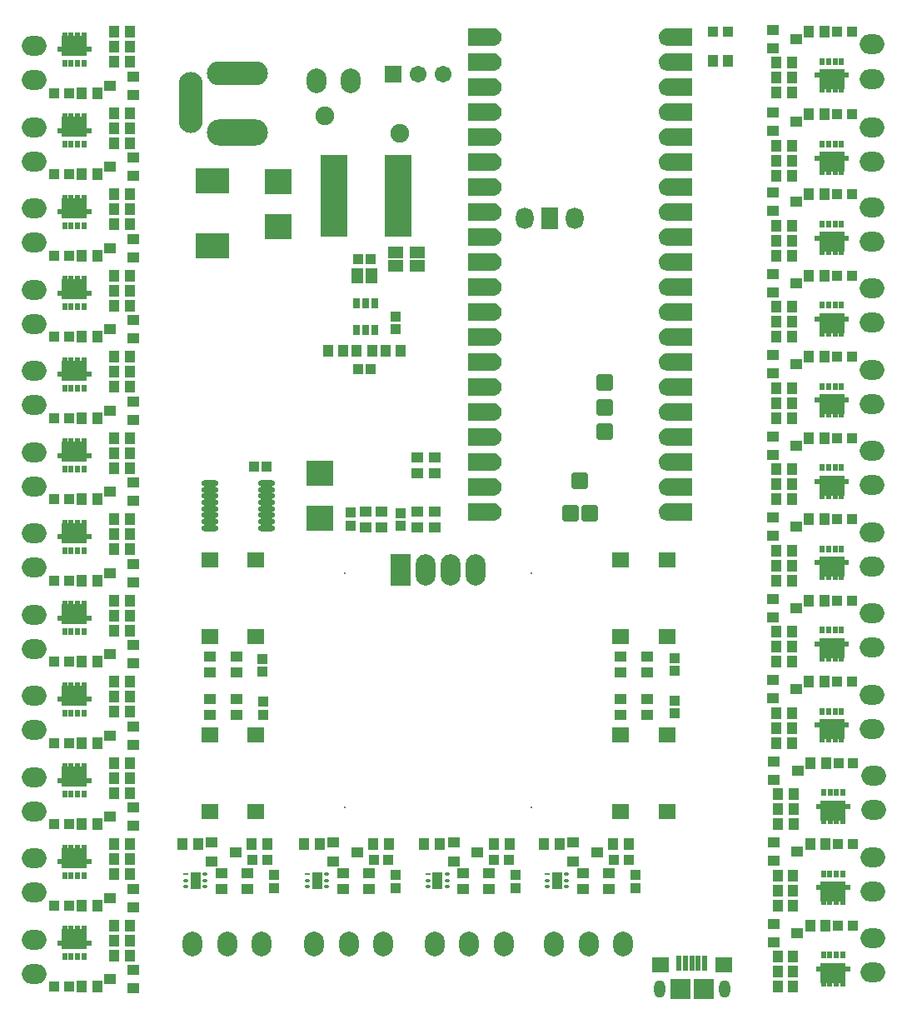
<source format=gts>
G04*
G04 #@! TF.GenerationSoftware,Altium Limited,Altium Designer,23.2.1 (34)*
G04*
G04 Layer_Color=8388736*
%FSAX44Y44*%
%MOMM*%
G71*
G04*
G04 #@! TF.SameCoordinates,82B26229-18A1-4F51-8350-021A8CAF8BEE*
G04*
G04*
G04 #@! TF.FilePolarity,Negative*
G04*
G01*
G75*
%ADD22R,0.5561X0.2925*%
G04:AMPARAMS|DCode=23|XSize=0.5561mm|YSize=0.2925mm|CornerRadius=0.1462mm|HoleSize=0mm|Usage=FLASHONLY|Rotation=0.000|XOffset=0mm|YOffset=0mm|HoleType=Round|Shape=RoundedRectangle|*
%AMROUNDEDRECTD23*
21,1,0.5561,0.0000,0,0,0.0*
21,1,0.2636,0.2925,0,0,0.0*
1,1,0.2925,0.1318,0.0000*
1,1,0.2925,-0.1318,0.0000*
1,1,0.2925,-0.1318,0.0000*
1,1,0.2925,0.1318,0.0000*
%
%ADD23ROUNDEDRECTD23*%
G04:AMPARAMS|DCode=24|XSize=1.1mm|YSize=0.6mm|CornerRadius=0.051mm|HoleSize=0mm|Usage=FLASHONLY|Rotation=270.000|XOffset=0mm|YOffset=0mm|HoleType=Round|Shape=RoundedRectangle|*
%AMROUNDEDRECTD24*
21,1,1.1000,0.4980,0,0,270.0*
21,1,0.9980,0.6000,0,0,270.0*
1,1,0.1020,-0.2490,-0.4990*
1,1,0.1020,-0.2490,0.4990*
1,1,0.1020,0.2490,0.4990*
1,1,0.1020,0.2490,-0.4990*
%
%ADD24ROUNDEDRECTD24*%
%ADD46R,1.0032X1.0032*%
%ADD47R,1.0032X1.3032*%
%ADD48R,1.1000X1.7000*%
%ADD49R,1.1032X1.0532*%
%ADD50R,1.3032X1.0032*%
%ADD51R,1.0532X1.1032*%
%ADD52R,1.5532X1.3032*%
%ADD53R,2.8032X2.6032*%
%ADD54R,0.6032X1.5532*%
%ADD55R,1.8032X1.6032*%
%ADD56R,2.1032X2.1032*%
%ADD57R,1.2032X1.0532*%
%ADD58R,1.2032X1.0532*%
%ADD59R,2.6032X2.1032*%
%ADD60R,0.7032X0.5532*%
%ADD61R,0.5532X0.7032*%
%ADD62O,1.7032X0.6532*%
%ADD63R,3.5032X2.6032*%
%ADD64R,2.7032X1.2032*%
G04:AMPARAMS|DCode=65|XSize=2.7032mm|YSize=1.2032mm|CornerRadius=0.2266mm|HoleSize=0mm|Usage=FLASHONLY|Rotation=180.000|XOffset=0mm|YOffset=0mm|HoleType=Round|Shape=RoundedRectangle|*
%AMROUNDEDRECTD65*
21,1,2.7032,0.7500,0,0,180.0*
21,1,2.2500,1.2032,0,0,180.0*
1,1,0.4532,-1.1250,0.3750*
1,1,0.4532,1.1250,0.3750*
1,1,0.4532,1.1250,-0.3750*
1,1,0.4532,-1.1250,-0.3750*
%
%ADD65ROUNDEDRECTD65*%
G04:AMPARAMS|DCode=66|XSize=1.7032mm|YSize=1.7032mm|CornerRadius=0.3266mm|HoleSize=0mm|Usage=FLASHONLY|Rotation=180.000|XOffset=0mm|YOffset=0mm|HoleType=Round|Shape=RoundedRectangle|*
%AMROUNDEDRECTD66*
21,1,1.7032,1.0500,0,0,180.0*
21,1,1.0500,1.7032,0,0,180.0*
1,1,0.6532,-0.5250,0.5250*
1,1,0.6532,0.5250,0.5250*
1,1,0.6532,0.5250,-0.5250*
1,1,0.6532,-0.5250,-0.5250*
%
%ADD66ROUNDEDRECTD66*%
%ADD67R,1.8032X1.6032*%
%ADD68R,2.7032X8.3032*%
%ADD69R,1.3032X1.5532*%
%ADD70O,2.5032X2.0032*%
%ADD71O,2.0032X2.5032*%
%ADD72O,1.1032X1.8032*%
%ADD73O,2.0032X3.2032*%
%ADD74R,2.0032X3.2032*%
%ADD75C,0.2032*%
%ADD76O,1.8032X2.2032*%
%ADD77R,1.8032X2.2032*%
%ADD78C,1.9032*%
%ADD79R,1.7032X1.7032*%
%ADD80C,1.7032*%
%ADD81O,6.2032X2.7032*%
%ADD82O,6.2032X2.4532*%
%ADD83O,2.4532X6.2032*%
G36*
X00525380Y00501618D02*
X00526433D01*
X00526566Y00501609D01*
X00526697Y00501584D01*
X00528731Y00501038D01*
X00528857Y00500995D01*
X00528977Y00500937D01*
X00530801Y00499883D01*
X00530912Y00499809D01*
X00531012Y00499721D01*
X00532501Y00498232D01*
X00532589Y00498132D01*
X00532663Y00498021D01*
X00533717Y00496197D01*
X00533775Y00496077D01*
X00533818Y00495951D01*
X00534364Y00493917D01*
X00534389Y00493786D01*
X00534398Y00493653D01*
Y00491547D01*
X00534389Y00491414D01*
X00534364Y00491283D01*
X00533818Y00489249D01*
X00533775Y00489122D01*
X00533717Y00489003D01*
X00532663Y00487179D01*
X00532589Y00487068D01*
X00532501Y00486968D01*
X00531012Y00485478D01*
X00530912Y00485391D01*
X00530801Y00485317D01*
X00528977Y00484263D01*
X00528917Y00484234D01*
X00528857Y00484204D01*
X00528731Y00484162D01*
X00526697Y00483616D01*
X00526566Y00483591D01*
X00526433Y00483582D01*
X00525380D01*
X00525379Y00483582D01*
X00501380D01*
X00501247Y00483591D01*
X00501116Y00483616D01*
X00500990Y00483659D01*
X00500871Y00483718D01*
X00500760Y00483792D01*
X00500660Y00483880D01*
X00500572Y00483980D01*
X00500498Y00484091D01*
X00500439Y00484210D01*
X00500396Y00484337D01*
X00500370Y00484467D01*
X00500362Y00484600D01*
X00500362Y00500600D01*
X00500370Y00500733D01*
X00500396Y00500863D01*
X00500439Y00500990D01*
X00500498Y00501109D01*
X00500572Y00501220D01*
X00500660Y00501320D01*
X00500760Y00501408D01*
X00500871Y00501482D01*
X00500990Y00501541D01*
X00501116Y00501584D01*
X00501247Y00501609D01*
X00501380Y00501618D01*
X00525380D01*
X00525380Y00501618D01*
D02*
G37*
G36*
X00525380Y00527018D02*
X00526433D01*
X00526566Y00527010D01*
X00526697Y00526983D01*
X00528731Y00526438D01*
X00528857Y00526395D01*
X00528977Y00526337D01*
X00530801Y00525283D01*
X00530912Y00525209D01*
X00531012Y00525122D01*
X00532501Y00523632D01*
X00532589Y00523532D01*
X00532663Y00523421D01*
X00533717Y00521597D01*
X00533775Y00521478D01*
X00533818Y00521351D01*
X00534364Y00519317D01*
X00534389Y00519186D01*
X00534398Y00519053D01*
Y00516947D01*
X00534389Y00516814D01*
X00534364Y00516683D01*
X00533818Y00514649D01*
X00533775Y00514522D01*
X00533717Y00514403D01*
X00532663Y00512579D01*
X00532589Y00512468D01*
X00532501Y00512368D01*
X00531012Y00510878D01*
X00530912Y00510791D01*
X00530801Y00510717D01*
X00528977Y00509663D01*
X00528917Y00509634D01*
X00528857Y00509604D01*
X00528731Y00509562D01*
X00526697Y00509016D01*
X00526566Y00508991D01*
X00526433Y00508982D01*
X00525380D01*
X00525379Y00508982D01*
X00501380Y00508982D01*
X00501247Y00508991D01*
X00501116Y00509016D01*
X00500990Y00509059D01*
X00500871Y00509118D01*
X00500760Y00509192D01*
X00500660Y00509280D01*
X00500572Y00509380D01*
X00500498Y00509491D01*
X00500439Y00509610D01*
X00500396Y00509737D01*
X00500370Y00509867D01*
X00500362Y00510000D01*
X00500362Y00526000D01*
X00500370Y00526133D01*
X00500396Y00526264D01*
X00500439Y00526390D01*
X00500498Y00526509D01*
X00500572Y00526620D01*
X00500660Y00526720D01*
X00500760Y00526808D01*
X00500871Y00526882D01*
X00500990Y00526941D01*
X00501116Y00526983D01*
X00501247Y00527010D01*
X00501380Y00527018D01*
X00525380Y00527018D01*
D02*
G37*
G36*
X00526566Y00552410D02*
X00526697Y00552383D01*
X00528731Y00551838D01*
X00528857Y00551796D01*
X00528977Y00551737D01*
X00530801Y00550683D01*
X00530912Y00550609D01*
X00531012Y00550522D01*
X00532501Y00549032D01*
X00532589Y00548932D01*
X00532663Y00548821D01*
X00533717Y00546997D01*
X00533775Y00546878D01*
X00533818Y00546751D01*
X00534364Y00544717D01*
X00534389Y00544586D01*
X00534398Y00544453D01*
Y00542347D01*
X00534389Y00542214D01*
X00534364Y00542083D01*
X00533818Y00540049D01*
X00533775Y00539922D01*
X00533717Y00539803D01*
X00532663Y00537979D01*
X00532589Y00537868D01*
X00532501Y00537768D01*
X00531012Y00536278D01*
X00530912Y00536191D01*
X00530801Y00536117D01*
X00528977Y00535063D01*
X00528917Y00535034D01*
X00528857Y00535005D01*
X00528731Y00534962D01*
X00526697Y00534417D01*
X00526566Y00534390D01*
X00526433Y00534382D01*
X00525380D01*
X00525379Y00534382D01*
X00501380Y00534382D01*
X00501247Y00534390D01*
X00501116Y00534417D01*
X00500990Y00534459D01*
X00500871Y00534518D01*
X00500760Y00534592D01*
X00500660Y00534680D01*
X00500572Y00534780D01*
X00500498Y00534891D01*
X00500439Y00535010D01*
X00500396Y00535136D01*
X00500370Y00535267D01*
X00500362Y00535400D01*
X00500362Y00551400D01*
X00500370Y00551533D01*
X00500396Y00551664D01*
X00500439Y00551790D01*
X00500498Y00551909D01*
X00500572Y00552020D01*
X00500660Y00552120D01*
X00500760Y00552208D01*
X00500871Y00552282D01*
X00500990Y00552341D01*
X00501116Y00552383D01*
X00501247Y00552410D01*
X00501380Y00552418D01*
X00526433D01*
X00526566Y00552410D01*
D02*
G37*
G36*
X00525380Y00577818D02*
X00526433D01*
X00526566Y00577809D01*
X00526697Y00577784D01*
X00528731Y00577238D01*
X00528857Y00577196D01*
X00528977Y00577137D01*
X00530801Y00576083D01*
X00530912Y00576009D01*
X00531012Y00575922D01*
X00532502Y00574432D01*
X00532589Y00574332D01*
X00532663Y00574221D01*
X00533717Y00572397D01*
X00533775Y00572277D01*
X00533818Y00572151D01*
X00534364Y00570117D01*
X00534389Y00569986D01*
X00534398Y00569853D01*
Y00567747D01*
X00534389Y00567614D01*
X00534364Y00567483D01*
X00533818Y00565449D01*
X00533775Y00565322D01*
X00533717Y00565203D01*
X00532663Y00563379D01*
X00532589Y00563268D01*
X00532502Y00563168D01*
X00531012Y00561678D01*
X00530912Y00561591D01*
X00530801Y00561517D01*
X00528977Y00560463D01*
X00528917Y00560434D01*
X00528857Y00560405D01*
X00528731Y00560362D01*
X00526697Y00559817D01*
X00526566Y00559790D01*
X00526433Y00559782D01*
X00525380D01*
X00501380Y00559782D01*
X00501247Y00559791D01*
X00501116Y00559817D01*
X00500990Y00559859D01*
X00500871Y00559918D01*
X00500760Y00559992D01*
X00500660Y00560080D01*
X00500572Y00560180D01*
X00500498Y00560291D01*
X00500439Y00560410D01*
X00500396Y00560536D01*
X00500370Y00560667D01*
X00500362Y00560800D01*
Y00576800D01*
X00500370Y00576933D01*
X00500396Y00577063D01*
X00500439Y00577190D01*
X00500498Y00577309D01*
X00500572Y00577420D01*
X00500660Y00577520D01*
X00500760Y00577608D01*
X00500871Y00577682D01*
X00500990Y00577741D01*
X00501116Y00577784D01*
X00501247Y00577809D01*
X00501380Y00577818D01*
X00525380Y00577818D01*
X00525380Y00577818D01*
D02*
G37*
G36*
X00525380Y00603218D02*
X00526433D01*
X00526566Y00603209D01*
X00526697Y00603184D01*
X00528731Y00602638D01*
X00528857Y00602595D01*
X00528977Y00602537D01*
X00530801Y00601483D01*
X00530912Y00601409D01*
X00531012Y00601322D01*
X00532502Y00599832D01*
X00532589Y00599732D01*
X00532663Y00599621D01*
X00533717Y00597797D01*
X00533775Y00597677D01*
X00533818Y00597551D01*
X00534364Y00595517D01*
X00534389Y00595386D01*
X00534398Y00595253D01*
Y00593147D01*
X00534389Y00593014D01*
X00534364Y00592883D01*
X00533818Y00590849D01*
X00533775Y00590722D01*
X00533717Y00590603D01*
X00532663Y00588779D01*
X00532589Y00588668D01*
X00532502Y00588568D01*
X00531012Y00587078D01*
X00530912Y00586991D01*
X00530801Y00586917D01*
X00528977Y00585863D01*
X00528917Y00585834D01*
X00528857Y00585804D01*
X00528731Y00585762D01*
X00526697Y00585216D01*
X00526566Y00585191D01*
X00526433Y00585182D01*
D01*
X00526433D01*
X00525380Y00585182D01*
X00501380Y00585182D01*
X00501247Y00585191D01*
X00501116Y00585216D01*
X00500990Y00585259D01*
X00500871Y00585318D01*
X00500760Y00585392D01*
X00500660Y00585480D01*
X00500572Y00585580D01*
X00500498Y00585691D01*
X00500439Y00585810D01*
X00500396Y00585937D01*
X00500370Y00586067D01*
X00500362Y00586200D01*
Y00602200D01*
X00500370Y00602333D01*
X00500396Y00602463D01*
X00500439Y00602590D01*
X00500498Y00602709D01*
X00500572Y00602820D01*
X00500660Y00602920D01*
X00500760Y00603008D01*
X00500871Y00603082D01*
X00500990Y00603141D01*
X00501116Y00603184D01*
X00501247Y00603209D01*
X00501380Y00603218D01*
X00525380Y00603218D01*
X00525380Y00603218D01*
D02*
G37*
G36*
X00727353Y00501609D02*
X00727484Y00501584D01*
X00727610Y00501541D01*
X00727729Y00501482D01*
X00727840Y00501408D01*
X00727940Y00501320D01*
X00728028Y00501220D01*
X00728102Y00501109D01*
X00728161Y00500990D01*
X00728204Y00500863D01*
X00728230Y00500733D01*
X00728238Y00500600D01*
X00728238Y00484600D01*
X00728230Y00484467D01*
X00728204Y00484337D01*
X00728161Y00484210D01*
X00728102Y00484091D01*
X00728028Y00483980D01*
X00727940Y00483880D01*
X00727840Y00483792D01*
X00727729Y00483718D01*
X00727610Y00483659D01*
X00727484Y00483616D01*
X00727353Y00483591D01*
X00727220Y00483582D01*
X00703221D01*
X00703220Y00483582D01*
X00702167D01*
X00702034Y00483591D01*
X00701903Y00483616D01*
X00699869Y00484162D01*
X00699743Y00484204D01*
X00699683Y00484234D01*
X00699623Y00484263D01*
X00697799Y00485317D01*
X00697688Y00485391D01*
X00697588Y00485478D01*
X00696098Y00486968D01*
X00696011Y00487068D01*
X00695937Y00487179D01*
X00694883Y00489003D01*
X00694825Y00489122D01*
X00694782Y00489249D01*
X00694237Y00491283D01*
X00694211Y00491414D01*
X00694202Y00491547D01*
Y00493653D01*
X00694211Y00493786D01*
X00694237Y00493917D01*
X00694782Y00495951D01*
X00694825Y00496077D01*
X00694854Y00496137D01*
X00694883Y00496197D01*
X00695937Y00498021D01*
X00696011Y00498132D01*
X00696098Y00498232D01*
X00697588Y00499721D01*
X00697688Y00499809D01*
X00697799Y00499883D01*
X00699623Y00500937D01*
X00699742Y00500995D01*
X00699869Y00501038D01*
X00701903Y00501584D01*
X00702034Y00501609D01*
X00702167Y00501618D01*
X00703220D01*
X00703220Y00501618D01*
X00727220D01*
X00727353Y00501609D01*
D02*
G37*
G36*
X00727353Y00527010D02*
X00727484Y00526983D01*
X00727610Y00526941D01*
X00727729Y00526882D01*
X00727840Y00526808D01*
X00727940Y00526720D01*
X00728028Y00526620D01*
X00728102Y00526509D01*
X00728161Y00526390D01*
X00728204Y00526264D01*
X00728230Y00526133D01*
X00728238Y00526000D01*
X00728238Y00510000D01*
X00728230Y00509867D01*
X00728204Y00509737D01*
X00728161Y00509610D01*
X00728102Y00509491D01*
X00728028Y00509380D01*
X00727940Y00509280D01*
X00727840Y00509192D01*
X00727729Y00509118D01*
X00727610Y00509059D01*
X00727484Y00509016D01*
X00727353Y00508991D01*
X00727220Y00508982D01*
X00703220D01*
X00702167Y00508982D01*
X00702167D01*
D01*
X00702034Y00508991D01*
X00701903Y00509016D01*
X00699869Y00509562D01*
X00699743Y00509604D01*
X00699683Y00509634D01*
X00699623Y00509663D01*
X00697799Y00510717D01*
X00697688Y00510791D01*
X00697588Y00510878D01*
X00696098Y00512368D01*
X00696011Y00512468D01*
X00695937Y00512579D01*
X00694883Y00514403D01*
X00694825Y00514523D01*
X00694782Y00514649D01*
X00694237Y00516683D01*
X00694211Y00516814D01*
X00694202Y00516947D01*
Y00519053D01*
X00694211Y00519186D01*
X00694237Y00519317D01*
X00694782Y00521351D01*
X00694825Y00521478D01*
X00694854Y00521537D01*
X00694883Y00521597D01*
X00695937Y00523421D01*
X00696011Y00523532D01*
X00696098Y00523632D01*
X00697588Y00525122D01*
X00697688Y00525209D01*
X00697799Y00525283D01*
X00699623Y00526337D01*
X00699742Y00526395D01*
X00699869Y00526438D01*
X00701903Y00526983D01*
X00702034Y00527010D01*
X00702167Y00527018D01*
X00727220D01*
X00727353Y00527010D01*
D02*
G37*
G36*
Y00552410D02*
X00727484Y00552383D01*
X00727610Y00552341D01*
X00727729Y00552282D01*
X00727840Y00552208D01*
X00727940Y00552120D01*
X00728028Y00552020D01*
X00728102Y00551909D01*
X00728161Y00551790D01*
X00728204Y00551664D01*
X00728230Y00551533D01*
X00728238Y00551400D01*
X00728238Y00535400D01*
X00728230Y00535267D01*
X00728204Y00535136D01*
X00728161Y00535010D01*
X00728102Y00534891D01*
X00728028Y00534780D01*
X00727940Y00534680D01*
X00727840Y00534592D01*
X00727729Y00534518D01*
X00727610Y00534459D01*
X00727484Y00534417D01*
X00727353Y00534390D01*
X00727220Y00534382D01*
X00703221Y00534382D01*
X00703220Y00534382D01*
X00702167D01*
X00702034Y00534390D01*
X00701903Y00534417D01*
X00699869Y00534962D01*
X00699743Y00535005D01*
X00699683Y00535034D01*
X00699623Y00535063D01*
X00697799Y00536117D01*
X00697688Y00536191D01*
X00697588Y00536278D01*
X00696098Y00537768D01*
X00696011Y00537868D01*
X00695937Y00537979D01*
X00694883Y00539803D01*
X00694825Y00539922D01*
X00694782Y00540049D01*
X00694237Y00542083D01*
X00694211Y00542214D01*
X00694202Y00542347D01*
Y00544453D01*
X00694211Y00544586D01*
X00694237Y00544717D01*
X00694782Y00546751D01*
X00694825Y00546878D01*
X00694854Y00546937D01*
X00694883Y00546997D01*
X00695937Y00548821D01*
X00696011Y00548932D01*
X00696098Y00549032D01*
X00697588Y00550522D01*
X00697688Y00550609D01*
X00697799Y00550683D01*
X00699623Y00551737D01*
X00699742Y00551796D01*
X00699869Y00551838D01*
X00701903Y00552383D01*
X00702034Y00552410D01*
X00702167Y00552418D01*
X00727220D01*
X00727353Y00552410D01*
D02*
G37*
G36*
X00727353Y00577809D02*
X00727484Y00577784D01*
X00727610Y00577741D01*
X00727729Y00577682D01*
X00727840Y00577608D01*
X00727940Y00577520D01*
X00728028Y00577420D01*
X00728102Y00577309D01*
X00728161Y00577190D01*
X00728204Y00577063D01*
X00728230Y00576933D01*
X00728238Y00576800D01*
X00728238Y00560800D01*
X00728230Y00560667D01*
X00728204Y00560536D01*
X00728161Y00560410D01*
X00728102Y00560291D01*
X00728028Y00560180D01*
X00727940Y00560080D01*
X00727840Y00559992D01*
X00727729Y00559918D01*
X00727610Y00559859D01*
X00727484Y00559817D01*
X00727353Y00559791D01*
X00727220Y00559782D01*
X00703220Y00559782D01*
X00702167D01*
X00702034Y00559790D01*
X00701903Y00559817D01*
X00699869Y00560362D01*
X00699742Y00560405D01*
X00699683Y00560434D01*
X00699623Y00560463D01*
X00697799Y00561517D01*
X00697688Y00561591D01*
X00697588Y00561678D01*
X00696098Y00563168D01*
X00696011Y00563268D01*
X00695937Y00563379D01*
X00694883Y00565203D01*
X00694825Y00565322D01*
X00694782Y00565449D01*
X00694237Y00567483D01*
X00694211Y00567614D01*
X00694202Y00567747D01*
Y00569853D01*
X00694211Y00569986D01*
X00694237Y00570117D01*
X00694782Y00572151D01*
X00694825Y00572277D01*
X00694854Y00572337D01*
X00694883Y00572397D01*
X00695937Y00574221D01*
X00696011Y00574332D01*
X00696098Y00574432D01*
X00697588Y00575922D01*
X00697688Y00576009D01*
X00697799Y00576083D01*
X00699623Y00577137D01*
X00699742Y00577196D01*
X00699869Y00577238D01*
X00701903Y00577784D01*
X00702034Y00577809D01*
X00702167Y00577818D01*
X00727220D01*
X00727353Y00577809D01*
D02*
G37*
G36*
Y00603209D02*
X00727484Y00603184D01*
X00727610Y00603141D01*
X00727729Y00603082D01*
X00727840Y00603008D01*
X00727940Y00602920D01*
X00728028Y00602820D01*
X00728102Y00602709D01*
X00728161Y00602590D01*
X00728204Y00602463D01*
X00728230Y00602333D01*
X00728238Y00602200D01*
X00728238Y00586200D01*
X00728230Y00586067D01*
X00728204Y00585937D01*
X00728161Y00585810D01*
X00728102Y00585691D01*
X00728028Y00585580D01*
X00727940Y00585480D01*
X00727840Y00585392D01*
X00727729Y00585318D01*
X00727610Y00585259D01*
X00727484Y00585216D01*
X00727353Y00585191D01*
X00727220Y00585182D01*
X00703220D01*
X00702167Y00585182D01*
D01*
X00702167D01*
X00702034Y00585191D01*
X00701903Y00585216D01*
X00699869Y00585762D01*
X00699742Y00585804D01*
X00699683Y00585834D01*
X00699623Y00585863D01*
X00697799Y00586917D01*
X00697688Y00586991D01*
X00697588Y00587078D01*
X00696098Y00588568D01*
X00696011Y00588668D01*
X00695937Y00588779D01*
X00694883Y00590603D01*
X00694825Y00590723D01*
X00694782Y00590849D01*
X00694237Y00592883D01*
X00694211Y00593014D01*
X00694202Y00593147D01*
Y00595253D01*
X00694211Y00595386D01*
X00694237Y00595517D01*
X00694782Y00597551D01*
X00694825Y00597677D01*
X00694854Y00597737D01*
X00694883Y00597797D01*
X00695937Y00599621D01*
X00696011Y00599732D01*
X00696098Y00599832D01*
X00697588Y00601322D01*
X00697688Y00601409D01*
X00697799Y00601483D01*
X00699623Y00602537D01*
X00699742Y00602595D01*
X00699869Y00602638D01*
X00701903Y00603184D01*
X00702034Y00603209D01*
X00702167Y00603218D01*
X00727220D01*
X00727353Y00603209D01*
D02*
G37*
G36*
X00525380Y00628618D02*
X00525380Y00628618D01*
X00526433D01*
X00526566Y00628610D01*
X00526697Y00628583D01*
X00528731Y00628038D01*
X00528857Y00627995D01*
X00528977Y00627937D01*
X00530801Y00626883D01*
X00530912Y00626809D01*
X00531012Y00626722D01*
X00532501Y00625232D01*
X00532589Y00625132D01*
X00532663Y00625021D01*
X00533717Y00623197D01*
X00533775Y00623078D01*
X00533818Y00622951D01*
X00534364Y00620917D01*
X00534389Y00620786D01*
X00534398Y00620653D01*
Y00618547D01*
X00534389Y00618414D01*
X00534364Y00618283D01*
X00533818Y00616249D01*
X00533775Y00616122D01*
X00533717Y00616003D01*
X00532663Y00614179D01*
X00532589Y00614068D01*
X00532501Y00613968D01*
X00531012Y00612478D01*
X00530912Y00612391D01*
X00530801Y00612317D01*
X00528977Y00611263D01*
X00528917Y00611234D01*
X00528857Y00611204D01*
X00528731Y00611162D01*
X00526697Y00610616D01*
X00526566Y00610591D01*
X00526433Y00610582D01*
X00526433D01*
D01*
X00525380Y00610582D01*
X00501380D01*
X00501247Y00610591D01*
X00501116Y00610616D01*
X00500990Y00610659D01*
X00500871Y00610718D01*
X00500760Y00610792D01*
X00500660Y00610880D01*
X00500572Y00610980D01*
X00500498Y00611091D01*
X00500439Y00611210D01*
X00500396Y00611337D01*
X00500370Y00611467D01*
X00500362Y00611600D01*
Y00627600D01*
X00500370Y00627733D01*
X00500396Y00627864D01*
X00500439Y00627990D01*
X00500498Y00628109D01*
X00500572Y00628220D01*
X00500660Y00628320D01*
X00500760Y00628408D01*
X00500871Y00628482D01*
X00500990Y00628541D01*
X00501116Y00628583D01*
X00501247Y00628610D01*
X00501380Y00628618D01*
X00525380Y00628618D01*
D02*
G37*
G36*
X00526566Y00654009D02*
X00526697Y00653984D01*
X00528731Y00653438D01*
X00528857Y00653395D01*
X00528977Y00653337D01*
X00530801Y00652283D01*
X00530912Y00652209D01*
X00531012Y00652122D01*
X00532501Y00650632D01*
X00532589Y00650532D01*
X00532663Y00650421D01*
X00533717Y00648597D01*
X00533775Y00648477D01*
X00533818Y00648351D01*
X00534364Y00646317D01*
X00534389Y00646186D01*
X00534398Y00646053D01*
Y00643947D01*
X00534389Y00643814D01*
X00534364Y00643683D01*
X00533818Y00641649D01*
X00533775Y00641522D01*
X00533717Y00641403D01*
X00532663Y00639579D01*
X00532589Y00639468D01*
X00532501Y00639368D01*
X00531012Y00637878D01*
X00530912Y00637791D01*
X00530801Y00637717D01*
X00528977Y00636663D01*
X00528917Y00636634D01*
X00528857Y00636604D01*
X00528731Y00636562D01*
X00526697Y00636017D01*
X00526566Y00635990D01*
X00526433Y00635982D01*
X00526433D01*
D01*
X00525380Y00635982D01*
X00501380D01*
X00501247Y00635990D01*
X00501116Y00636017D01*
X00500990Y00636059D01*
X00500871Y00636118D01*
X00500760Y00636192D01*
X00500660Y00636280D01*
X00500572Y00636380D01*
X00500498Y00636491D01*
X00500439Y00636610D01*
X00500396Y00636736D01*
X00500370Y00636867D01*
X00500362Y00637000D01*
Y00653000D01*
X00500370Y00653133D01*
X00500396Y00653263D01*
X00500439Y00653390D01*
X00500498Y00653509D01*
X00500572Y00653620D01*
X00500660Y00653720D01*
X00500760Y00653808D01*
X00500871Y00653882D01*
X00500990Y00653941D01*
X00501116Y00653984D01*
X00501247Y00654009D01*
X00501380Y00654018D01*
X00525380Y00654018D01*
X00526433D01*
X00526566Y00654009D01*
D02*
G37*
G36*
Y00679409D02*
X00526697Y00679384D01*
X00528731Y00678838D01*
X00528857Y00678795D01*
X00528977Y00678737D01*
X00530801Y00677683D01*
X00530912Y00677609D01*
X00531012Y00677522D01*
X00532501Y00676032D01*
X00532589Y00675932D01*
X00532663Y00675821D01*
X00533717Y00673997D01*
X00533775Y00673878D01*
X00533818Y00673752D01*
X00534364Y00671717D01*
X00534389Y00671586D01*
X00534398Y00671453D01*
Y00669347D01*
X00534389Y00669214D01*
X00534364Y00669083D01*
X00533818Y00667049D01*
X00533775Y00666923D01*
X00533717Y00666803D01*
X00532663Y00664979D01*
X00532589Y00664868D01*
X00532501Y00664768D01*
X00531012Y00663279D01*
X00530912Y00663191D01*
X00530801Y00663117D01*
X00528977Y00662063D01*
X00528917Y00662034D01*
X00528857Y00662004D01*
X00528731Y00661962D01*
X00526697Y00661417D01*
X00526697Y00661417D01*
X00526566Y00661391D01*
X00526433Y00661382D01*
X00525380Y00661382D01*
D01*
X00525380D01*
X00501380D01*
X00501247Y00661391D01*
X00501116Y00661416D01*
X00500990Y00661459D01*
X00500871Y00661518D01*
X00500760Y00661592D01*
X00500660Y00661680D01*
X00500572Y00661780D01*
X00500498Y00661891D01*
X00500439Y00662010D01*
X00500396Y00662137D01*
X00500370Y00662267D01*
X00500362Y00662400D01*
X00500362Y00678400D01*
X00500370Y00678533D01*
X00500396Y00678663D01*
X00500439Y00678790D01*
X00500498Y00678909D01*
X00500572Y00679020D01*
X00500660Y00679120D01*
X00500760Y00679208D01*
X00500871Y00679282D01*
X00500990Y00679341D01*
X00501116Y00679383D01*
X00501247Y00679409D01*
X00501380Y00679418D01*
X00525379D01*
X00525380Y00679418D01*
X00526433D01*
X00526566Y00679409D01*
D02*
G37*
G36*
X00525380Y00704818D02*
X00526433D01*
X00526566Y00704809D01*
X00526697Y00704783D01*
X00528731Y00704238D01*
X00528857Y00704195D01*
X00528977Y00704137D01*
X00530801Y00703083D01*
X00530912Y00703009D01*
X00531012Y00702922D01*
X00532501Y00701432D01*
X00532589Y00701332D01*
X00532663Y00701221D01*
X00533717Y00699397D01*
X00533775Y00699277D01*
X00533818Y00699151D01*
X00534364Y00697117D01*
X00534389Y00696986D01*
X00534398Y00696853D01*
Y00694747D01*
X00534389Y00694614D01*
X00534364Y00694483D01*
X00533818Y00692449D01*
X00533775Y00692322D01*
X00533717Y00692203D01*
X00532663Y00690379D01*
X00532589Y00690268D01*
X00532501Y00690168D01*
X00531012Y00688678D01*
X00530912Y00688591D01*
X00530801Y00688517D01*
X00528977Y00687463D01*
X00528917Y00687434D01*
X00528857Y00687404D01*
X00528731Y00687362D01*
X00526697Y00686816D01*
X00526566Y00686790D01*
X00526433Y00686782D01*
X00525380D01*
X00525379Y00686782D01*
X00501380Y00686782D01*
X00501247Y00686791D01*
X00501116Y00686817D01*
X00500990Y00686859D01*
X00500871Y00686918D01*
X00500760Y00686992D01*
X00500660Y00687080D01*
X00500572Y00687180D01*
X00500498Y00687291D01*
X00500439Y00687410D01*
X00500396Y00687536D01*
X00500370Y00687667D01*
X00500362Y00687800D01*
X00500362Y00703800D01*
X00500370Y00703933D01*
X00500396Y00704063D01*
X00500439Y00704190D01*
X00500498Y00704309D01*
X00500572Y00704420D01*
X00500660Y00704520D01*
X00500760Y00704608D01*
X00500871Y00704682D01*
X00500990Y00704741D01*
X00501116Y00704783D01*
X00501247Y00704809D01*
X00501380Y00704818D01*
X00525380Y00704818D01*
D02*
G37*
G36*
X00525380Y00730218D02*
X00526433D01*
X00526566Y00730210D01*
X00526697Y00730183D01*
X00528731Y00729638D01*
X00528857Y00729595D01*
X00528977Y00729537D01*
X00530801Y00728483D01*
X00530912Y00728409D01*
X00531012Y00728322D01*
X00532501Y00726832D01*
X00532589Y00726732D01*
X00532663Y00726621D01*
X00533717Y00724797D01*
X00533775Y00724678D01*
X00533818Y00724551D01*
X00534364Y00722517D01*
X00534389Y00722386D01*
X00534398Y00722253D01*
Y00720147D01*
X00534389Y00720014D01*
X00534364Y00719883D01*
X00533818Y00717849D01*
X00533775Y00717722D01*
X00533717Y00717603D01*
X00532663Y00715779D01*
X00532589Y00715668D01*
X00532501Y00715568D01*
X00531012Y00714078D01*
X00530912Y00713991D01*
X00530801Y00713917D01*
X00528977Y00712863D01*
X00528917Y00712834D01*
X00528857Y00712804D01*
X00528731Y00712762D01*
X00526697Y00712216D01*
X00526566Y00712190D01*
X00526433Y00712182D01*
X00525380D01*
X00525379Y00712182D01*
X00501380D01*
X00501247Y00712190D01*
X00501116Y00712216D01*
X00500990Y00712259D01*
X00500871Y00712318D01*
X00500760Y00712392D01*
X00500660Y00712480D01*
X00500572Y00712580D01*
X00500498Y00712691D01*
X00500439Y00712810D01*
X00500396Y00712936D01*
X00500370Y00713067D01*
X00500362Y00713200D01*
X00500362Y00729200D01*
X00500370Y00729333D01*
X00500396Y00729464D01*
X00500439Y00729590D01*
X00500498Y00729709D01*
X00500572Y00729820D01*
X00500660Y00729920D01*
X00500760Y00730008D01*
X00500871Y00730082D01*
X00500990Y00730141D01*
X00501116Y00730183D01*
X00501247Y00730210D01*
X00501380Y00730218D01*
X00525380D01*
X00525380Y00730218D01*
D02*
G37*
G36*
X00727353Y00628610D02*
X00727484Y00628583D01*
X00727610Y00628541D01*
X00727729Y00628482D01*
X00727840Y00628408D01*
X00727940Y00628320D01*
X00728028Y00628220D01*
X00728102Y00628109D01*
X00728161Y00627990D01*
X00728204Y00627864D01*
X00728230Y00627733D01*
X00728238Y00627600D01*
Y00611600D01*
X00728230Y00611467D01*
X00728204Y00611337D01*
X00728161Y00611210D01*
X00728102Y00611091D01*
X00728028Y00610980D01*
X00727940Y00610880D01*
X00727840Y00610792D01*
X00727729Y00610718D01*
X00727610Y00610659D01*
X00727484Y00610616D01*
X00727353Y00610591D01*
X00727220Y00610582D01*
X00703220D01*
X00702167Y00610582D01*
X00702167D01*
D01*
X00702034Y00610591D01*
X00701903Y00610616D01*
X00699869Y00611162D01*
X00699743Y00611204D01*
X00699683Y00611234D01*
X00699623Y00611263D01*
X00697799Y00612317D01*
X00697688Y00612391D01*
X00697588Y00612478D01*
X00696098Y00613968D01*
X00696011Y00614068D01*
X00695937Y00614179D01*
X00694883Y00616003D01*
X00694825Y00616123D01*
X00694782Y00616249D01*
X00694237Y00618283D01*
X00694211Y00618414D01*
X00694202Y00618547D01*
Y00620653D01*
X00694211Y00620786D01*
X00694237Y00620917D01*
X00694782Y00622951D01*
X00694825Y00623078D01*
X00694854Y00623137D01*
X00694883Y00623197D01*
X00695937Y00625021D01*
X00696011Y00625132D01*
X00696098Y00625232D01*
X00697588Y00626722D01*
X00697688Y00626809D01*
X00697799Y00626883D01*
X00699623Y00627937D01*
X00699742Y00627995D01*
X00699869Y00628038D01*
X00701903Y00628583D01*
X00702034Y00628610D01*
X00702167Y00628618D01*
X00703220D01*
X00703220Y00628618D01*
X00727220Y00628618D01*
X00727353Y00628610D01*
D02*
G37*
G36*
X00727220Y00654018D02*
X00727353Y00654009D01*
X00727484Y00653984D01*
X00727610Y00653941D01*
X00727729Y00653882D01*
X00727840Y00653808D01*
X00727940Y00653720D01*
X00728028Y00653620D01*
X00728102Y00653509D01*
X00728161Y00653390D01*
X00728204Y00653263D01*
X00728230Y00653133D01*
X00728238Y00653000D01*
Y00637000D01*
X00728230Y00636867D01*
X00728204Y00636736D01*
X00728161Y00636610D01*
X00728102Y00636491D01*
X00728028Y00636380D01*
X00727940Y00636280D01*
X00727840Y00636192D01*
X00727729Y00636118D01*
X00727610Y00636059D01*
X00727484Y00636017D01*
X00727353Y00635990D01*
X00727220Y00635982D01*
X00703220D01*
X00702167Y00635982D01*
X00702167D01*
D01*
X00702034Y00635990D01*
X00701903Y00636017D01*
X00699869Y00636562D01*
X00699743Y00636604D01*
X00699683Y00636634D01*
X00699623Y00636663D01*
X00697799Y00637717D01*
X00697688Y00637791D01*
X00697588Y00637878D01*
X00696098Y00639368D01*
X00696011Y00639468D01*
X00695937Y00639579D01*
X00694883Y00641403D01*
X00694825Y00641523D01*
X00694782Y00641649D01*
X00694237Y00643683D01*
X00694211Y00643814D01*
X00694202Y00643947D01*
Y00646053D01*
X00694211Y00646186D01*
X00694237Y00646317D01*
X00694782Y00648351D01*
X00694825Y00648477D01*
X00694854Y00648537D01*
X00694883Y00648597D01*
X00695937Y00650421D01*
X00696011Y00650532D01*
X00696098Y00650632D01*
X00697588Y00652122D01*
X00697688Y00652209D01*
X00697799Y00652283D01*
X00699623Y00653337D01*
X00699742Y00653395D01*
X00699869Y00653438D01*
X00701903Y00653984D01*
X00702034Y00654009D01*
X00702167Y00654018D01*
X00703220D01*
X00727220Y00654018D01*
D02*
G37*
G36*
X00703220Y00679418D02*
X00727220D01*
X00727353Y00679409D01*
X00727484Y00679383D01*
X00727610Y00679341D01*
X00727729Y00679282D01*
X00727840Y00679208D01*
X00727940Y00679120D01*
X00728028Y00679020D01*
X00728102Y00678909D01*
X00728161Y00678790D01*
X00728204Y00678663D01*
X00728230Y00678533D01*
X00728238Y00678400D01*
X00728238Y00662400D01*
X00728230Y00662267D01*
X00728204Y00662137D01*
X00728161Y00662010D01*
X00728102Y00661891D01*
X00728028Y00661780D01*
X00727940Y00661680D01*
X00727840Y00661592D01*
X00727729Y00661518D01*
X00727610Y00661459D01*
X00727484Y00661416D01*
X00727353Y00661391D01*
X00727220Y00661382D01*
X00702167D01*
X00702034Y00661391D01*
X00701903Y00661416D01*
X00699869Y00661962D01*
X00699742Y00662004D01*
X00699683Y00662034D01*
X00699623Y00662063D01*
X00697799Y00663117D01*
X00697688Y00663191D01*
X00697588Y00663279D01*
X00696098Y00664768D01*
X00696011Y00664868D01*
X00695937Y00664979D01*
X00694883Y00666803D01*
X00694825Y00666923D01*
X00694782Y00667049D01*
X00694237Y00669083D01*
X00694211Y00669214D01*
X00694202Y00669347D01*
Y00671453D01*
X00694211Y00671586D01*
X00694237Y00671717D01*
X00694782Y00673751D01*
X00694825Y00673877D01*
X00694854Y00673937D01*
X00694883Y00673997D01*
X00695937Y00675821D01*
X00696011Y00675932D01*
X00696098Y00676032D01*
X00697588Y00677522D01*
X00697688Y00677609D01*
X00697799Y00677683D01*
X00699623Y00678737D01*
X00699742Y00678795D01*
X00699869Y00678838D01*
X00701903Y00679383D01*
X00702034Y00679409D01*
X00702167Y00679418D01*
X00703220D01*
X00703220Y00679418D01*
D02*
G37*
G36*
X00727353Y00704809D02*
X00727484Y00704783D01*
X00727610Y00704741D01*
X00727729Y00704682D01*
X00727840Y00704608D01*
X00727940Y00704520D01*
X00728028Y00704420D01*
X00728102Y00704309D01*
X00728161Y00704190D01*
X00728204Y00704063D01*
X00728230Y00703933D01*
X00728238Y00703800D01*
X00728238Y00687800D01*
X00728230Y00687667D01*
X00728204Y00687536D01*
X00728161Y00687410D01*
X00728102Y00687291D01*
X00728028Y00687180D01*
X00727940Y00687080D01*
X00727840Y00686992D01*
X00727729Y00686918D01*
X00727610Y00686859D01*
X00727484Y00686816D01*
X00727353Y00686790D01*
X00727220Y00686782D01*
X00703221D01*
X00703220Y00686782D01*
X00702167D01*
X00702034Y00686790D01*
X00701903Y00686816D01*
X00699869Y00687362D01*
X00699743Y00687404D01*
X00699683Y00687434D01*
X00699623Y00687463D01*
X00697799Y00688517D01*
X00697688Y00688591D01*
X00697588Y00688678D01*
X00696098Y00690168D01*
X00696011Y00690268D01*
X00695937Y00690379D01*
X00694883Y00692203D01*
X00694825Y00692322D01*
X00694782Y00692449D01*
X00694237Y00694483D01*
X00694211Y00694614D01*
X00694202Y00694747D01*
Y00696853D01*
X00694211Y00696986D01*
X00694237Y00697117D01*
X00694782Y00699151D01*
X00694825Y00699277D01*
X00694854Y00699337D01*
X00694883Y00699397D01*
X00695937Y00701221D01*
X00696011Y00701332D01*
X00696098Y00701432D01*
X00697588Y00702922D01*
X00697688Y00703009D01*
X00697799Y00703083D01*
X00699623Y00704137D01*
X00699742Y00704195D01*
X00699869Y00704238D01*
X00701903Y00704783D01*
X00702034Y00704809D01*
X00702167Y00704818D01*
X00703220D01*
X00703220Y00704818D01*
X00727220D01*
X00727353Y00704809D01*
D02*
G37*
G36*
Y00730210D02*
X00727484Y00730183D01*
X00727610Y00730141D01*
X00727729Y00730082D01*
X00727840Y00730008D01*
X00727940Y00729920D01*
X00728028Y00729820D01*
X00728102Y00729709D01*
X00728161Y00729590D01*
X00728204Y00729464D01*
X00728230Y00729333D01*
X00728238Y00729200D01*
X00728238Y00713200D01*
X00728230Y00713067D01*
X00728204Y00712936D01*
X00728161Y00712810D01*
X00728102Y00712691D01*
X00728028Y00712580D01*
X00727940Y00712480D01*
X00727840Y00712392D01*
X00727729Y00712318D01*
X00727610Y00712259D01*
X00727484Y00712216D01*
X00727353Y00712190D01*
X00727220Y00712182D01*
X00703221D01*
X00703220Y00712182D01*
X00702167D01*
X00702034Y00712190D01*
X00701903Y00712216D01*
X00699869Y00712762D01*
X00699743Y00712804D01*
X00699683Y00712834D01*
X00699623Y00712863D01*
X00697799Y00713917D01*
X00697688Y00713991D01*
X00697588Y00714078D01*
X00696098Y00715568D01*
X00696011Y00715668D01*
X00695937Y00715779D01*
X00694883Y00717603D01*
X00694825Y00717722D01*
X00694782Y00717849D01*
X00694237Y00719883D01*
X00694211Y00720014D01*
X00694202Y00720147D01*
Y00722253D01*
X00694211Y00722386D01*
X00694237Y00722517D01*
X00694782Y00724551D01*
X00694825Y00724678D01*
X00694854Y00724737D01*
X00694883Y00724797D01*
X00695937Y00726621D01*
X00696011Y00726732D01*
X00696098Y00726832D01*
X00697588Y00728322D01*
X00697688Y00728409D01*
X00697799Y00728483D01*
X00699623Y00729537D01*
X00699742Y00729595D01*
X00699869Y00729638D01*
X00701903Y00730183D01*
X00702034Y00730210D01*
X00702167Y00730218D01*
X00703220D01*
X00703220Y00730218D01*
X00727220D01*
X00727353Y00730210D01*
D02*
G37*
G36*
X00525380Y00755618D02*
X00526433D01*
X00526566Y00755610D01*
X00526697Y00755583D01*
X00528731Y00755038D01*
X00528857Y00754995D01*
X00528977Y00754937D01*
X00530801Y00753883D01*
X00530912Y00753809D01*
X00531012Y00753722D01*
X00532501Y00752232D01*
X00532589Y00752132D01*
X00532663Y00752021D01*
X00533717Y00750197D01*
X00533775Y00750078D01*
X00533818Y00749951D01*
X00534364Y00747917D01*
X00534389Y00747786D01*
X00534398Y00747653D01*
Y00745547D01*
X00534389Y00745414D01*
X00534364Y00745283D01*
X00533818Y00743249D01*
X00533775Y00743122D01*
X00533717Y00743003D01*
X00532663Y00741179D01*
X00532589Y00741068D01*
X00532501Y00740968D01*
X00531012Y00739478D01*
X00530912Y00739391D01*
X00530801Y00739317D01*
X00528977Y00738263D01*
X00528917Y00738234D01*
X00528857Y00738204D01*
X00528731Y00738162D01*
X00526697Y00737617D01*
X00526566Y00737590D01*
X00526433Y00737582D01*
X00525380D01*
X00525379Y00737582D01*
X00501380Y00737582D01*
X00501247Y00737590D01*
X00501116Y00737617D01*
X00500990Y00737659D01*
X00500871Y00737718D01*
X00500760Y00737792D01*
X00500660Y00737880D01*
X00500572Y00737980D01*
X00500498Y00738091D01*
X00500439Y00738210D01*
X00500396Y00738336D01*
X00500370Y00738467D01*
X00500362Y00738600D01*
X00500362Y00754600D01*
X00500370Y00754733D01*
X00500396Y00754864D01*
X00500439Y00754990D01*
X00500498Y00755109D01*
X00500572Y00755220D01*
X00500660Y00755320D01*
X00500760Y00755408D01*
X00500871Y00755482D01*
X00500990Y00755541D01*
X00501116Y00755583D01*
X00501247Y00755610D01*
X00501380Y00755618D01*
X00525380Y00755618D01*
D02*
G37*
G36*
X00526566Y00781010D02*
X00526697Y00780984D01*
X00528731Y00780438D01*
X00528857Y00780396D01*
X00528977Y00780337D01*
X00530801Y00779283D01*
X00530912Y00779209D01*
X00531012Y00779122D01*
X00532501Y00777632D01*
X00532589Y00777532D01*
X00532663Y00777421D01*
X00533717Y00775597D01*
X00533775Y00775478D01*
X00533818Y00775351D01*
X00534364Y00773317D01*
X00534389Y00773186D01*
X00534398Y00773053D01*
Y00770947D01*
X00534389Y00770814D01*
X00534364Y00770683D01*
X00533818Y00768649D01*
X00533775Y00768522D01*
X00533717Y00768403D01*
X00532663Y00766579D01*
X00532589Y00766468D01*
X00532501Y00766368D01*
X00531012Y00764878D01*
X00530912Y00764791D01*
X00530801Y00764717D01*
X00528977Y00763663D01*
X00528917Y00763634D01*
X00528857Y00763605D01*
X00528731Y00763562D01*
X00526697Y00763017D01*
X00526566Y00762990D01*
X00526433Y00762982D01*
X00525380D01*
X00501380Y00762982D01*
X00501247Y00762990D01*
X00501116Y00763017D01*
X00500990Y00763059D01*
X00500871Y00763118D01*
X00500760Y00763192D01*
X00500660Y00763280D01*
X00500572Y00763380D01*
X00500498Y00763491D01*
X00500439Y00763610D01*
X00500396Y00763736D01*
X00500370Y00763867D01*
X00500362Y00764000D01*
X00500362Y00780000D01*
X00500370Y00780133D01*
X00500396Y00780264D01*
X00500439Y00780390D01*
X00500498Y00780509D01*
X00500572Y00780620D01*
X00500660Y00780720D01*
X00500760Y00780808D01*
X00500871Y00780882D01*
X00500990Y00780941D01*
X00501116Y00780984D01*
X00501247Y00781010D01*
X00501380Y00781018D01*
X00526433D01*
X00526566Y00781010D01*
D02*
G37*
G36*
X00526566Y00806410D02*
X00526697Y00806384D01*
X00528731Y00805838D01*
X00528857Y00805796D01*
X00528977Y00805737D01*
X00530801Y00804683D01*
X00530912Y00804609D01*
X00531012Y00804522D01*
X00532502Y00803032D01*
X00532589Y00802932D01*
X00532663Y00802821D01*
X00533717Y00800997D01*
X00533775Y00800878D01*
X00533818Y00800751D01*
X00534364Y00798717D01*
X00534389Y00798586D01*
X00534398Y00798453D01*
Y00796347D01*
X00534389Y00796214D01*
X00534364Y00796083D01*
X00533818Y00794049D01*
X00533775Y00793923D01*
X00533717Y00793803D01*
X00532663Y00791979D01*
X00532589Y00791868D01*
X00532502Y00791768D01*
X00531012Y00790278D01*
X00530912Y00790191D01*
X00530801Y00790117D01*
X00528977Y00789063D01*
X00528917Y00789034D01*
X00528857Y00789005D01*
X00528731Y00788962D01*
X00526697Y00788417D01*
X00526697Y00788417D01*
X00526566Y00788391D01*
X00526433Y00788382D01*
X00525380Y00788382D01*
X00525380D01*
D01*
X00501380Y00788382D01*
X00501247Y00788391D01*
X00501116Y00788417D01*
X00500990Y00788459D01*
X00500871Y00788518D01*
X00500760Y00788592D01*
X00500660Y00788680D01*
X00500572Y00788780D01*
X00500498Y00788891D01*
X00500439Y00789010D01*
X00500396Y00789137D01*
X00500370Y00789267D01*
X00500362Y00789400D01*
Y00805400D01*
X00500370Y00805533D01*
X00500396Y00805664D01*
X00500439Y00805790D01*
X00500498Y00805909D01*
X00500572Y00806020D01*
X00500660Y00806120D01*
X00500760Y00806208D01*
X00500871Y00806282D01*
X00500990Y00806341D01*
X00501116Y00806384D01*
X00501247Y00806410D01*
X00501380Y00806418D01*
X00525380Y00806418D01*
X00526433D01*
X00526566Y00806410D01*
D02*
G37*
G36*
X00525380Y00831818D02*
X00526433D01*
X00526566Y00831809D01*
X00526697Y00831784D01*
X00528731Y00831238D01*
X00528857Y00831196D01*
X00528977Y00831137D01*
X00530801Y00830083D01*
X00530912Y00830009D01*
X00531012Y00829922D01*
X00532502Y00828432D01*
X00532589Y00828332D01*
X00532663Y00828221D01*
X00533717Y00826397D01*
X00533775Y00826277D01*
X00533818Y00826151D01*
X00534364Y00824117D01*
X00534389Y00823986D01*
X00534398Y00823853D01*
Y00821747D01*
X00534389Y00821614D01*
X00534364Y00821483D01*
X00533818Y00819449D01*
X00533775Y00819322D01*
X00533717Y00819203D01*
X00532663Y00817379D01*
X00532589Y00817268D01*
X00532502Y00817168D01*
X00531012Y00815678D01*
X00530912Y00815591D01*
X00530801Y00815517D01*
X00528977Y00814463D01*
X00528917Y00814434D01*
X00528857Y00814405D01*
X00528731Y00814362D01*
X00526697Y00813817D01*
X00526566Y00813791D01*
X00526433Y00813782D01*
D01*
X00526433D01*
X00525380Y00813782D01*
X00501380D01*
X00501247Y00813791D01*
X00501116Y00813817D01*
X00500990Y00813859D01*
X00500871Y00813918D01*
X00500760Y00813992D01*
X00500660Y00814080D01*
X00500572Y00814180D01*
X00500498Y00814291D01*
X00500439Y00814410D01*
X00500396Y00814537D01*
X00500370Y00814667D01*
X00500362Y00814800D01*
X00500362Y00830800D01*
X00500370Y00830933D01*
X00500396Y00831064D01*
X00500439Y00831190D01*
X00500498Y00831309D01*
X00500572Y00831420D01*
X00500660Y00831520D01*
X00500760Y00831608D01*
X00500871Y00831682D01*
X00500990Y00831741D01*
X00501116Y00831784D01*
X00501247Y00831809D01*
X00501380Y00831818D01*
X00525380Y00831818D01*
X00525380Y00831818D01*
D02*
G37*
G36*
X00525380Y00857218D02*
X00525380Y00857218D01*
X00526433D01*
X00526566Y00857209D01*
X00526697Y00857184D01*
X00528731Y00856638D01*
X00528857Y00856596D01*
X00528977Y00856537D01*
X00530801Y00855483D01*
X00530912Y00855409D01*
X00531012Y00855322D01*
X00532501Y00853832D01*
X00532589Y00853732D01*
X00532663Y00853621D01*
X00533717Y00851797D01*
X00533775Y00851677D01*
X00533818Y00851551D01*
X00534364Y00849517D01*
X00534389Y00849386D01*
X00534398Y00849253D01*
Y00847147D01*
X00534389Y00847014D01*
X00534364Y00846883D01*
X00533818Y00844849D01*
X00533775Y00844722D01*
X00533717Y00844603D01*
X00532663Y00842779D01*
X00532589Y00842668D01*
X00532501Y00842568D01*
X00531012Y00841078D01*
X00530912Y00840991D01*
X00530801Y00840917D01*
X00528977Y00839863D01*
X00528917Y00839834D01*
X00528857Y00839805D01*
X00528731Y00839762D01*
X00526697Y00839217D01*
X00526566Y00839191D01*
X00526433Y00839182D01*
X00526433D01*
D01*
X00525380Y00839182D01*
X00501380D01*
X00501247Y00839191D01*
X00501116Y00839217D01*
X00500990Y00839259D01*
X00500871Y00839318D01*
X00500760Y00839392D01*
X00500660Y00839480D01*
X00500572Y00839580D01*
X00500498Y00839691D01*
X00500439Y00839810D01*
X00500396Y00839937D01*
X00500370Y00840067D01*
X00500362Y00840200D01*
X00500362Y00856200D01*
X00500370Y00856333D01*
X00500396Y00856464D01*
X00500439Y00856590D01*
X00500498Y00856709D01*
X00500572Y00856820D01*
X00500660Y00856920D01*
X00500760Y00857008D01*
X00500871Y00857082D01*
X00500990Y00857141D01*
X00501116Y00857184D01*
X00501247Y00857209D01*
X00501380Y00857218D01*
X00525380Y00857218D01*
D02*
G37*
G36*
X00727353Y00755610D02*
X00727484Y00755583D01*
X00727610Y00755541D01*
X00727729Y00755482D01*
X00727840Y00755408D01*
X00727940Y00755320D01*
X00728028Y00755220D01*
X00728102Y00755109D01*
X00728161Y00754990D01*
X00728204Y00754864D01*
X00728230Y00754733D01*
X00728238Y00754600D01*
X00728238Y00738600D01*
X00728230Y00738467D01*
X00728204Y00738336D01*
X00728161Y00738210D01*
X00728102Y00738091D01*
X00728028Y00737980D01*
X00727940Y00737880D01*
X00727840Y00737792D01*
X00727729Y00737718D01*
X00727610Y00737659D01*
X00727484Y00737617D01*
X00727353Y00737590D01*
X00727220Y00737582D01*
X00703221Y00737582D01*
X00703220Y00737582D01*
X00702167D01*
X00702034Y00737590D01*
X00701903Y00737617D01*
X00699869Y00738162D01*
X00699743Y00738204D01*
X00699683Y00738234D01*
X00699623Y00738263D01*
X00697799Y00739317D01*
X00697688Y00739391D01*
X00697588Y00739478D01*
X00696098Y00740968D01*
X00696011Y00741068D01*
X00695937Y00741179D01*
X00694883Y00743003D01*
X00694825Y00743122D01*
X00694782Y00743249D01*
X00694237Y00745283D01*
X00694211Y00745414D01*
X00694202Y00745547D01*
Y00747653D01*
X00694211Y00747786D01*
X00694237Y00747917D01*
X00694782Y00749951D01*
X00694825Y00750078D01*
X00694854Y00750137D01*
X00694883Y00750197D01*
X00695937Y00752021D01*
X00696011Y00752132D01*
X00696098Y00752232D01*
X00697588Y00753722D01*
X00697688Y00753809D01*
X00697799Y00753883D01*
X00699623Y00754937D01*
X00699742Y00754995D01*
X00699869Y00755038D01*
X00701903Y00755583D01*
X00702034Y00755610D01*
X00702167Y00755618D01*
X00727220D01*
X00727353Y00755610D01*
D02*
G37*
G36*
Y00781010D02*
X00727484Y00780984D01*
X00727610Y00780941D01*
X00727729Y00780882D01*
X00727840Y00780808D01*
X00727940Y00780720D01*
X00728028Y00780620D01*
X00728102Y00780509D01*
X00728161Y00780390D01*
X00728204Y00780264D01*
X00728230Y00780133D01*
X00728238Y00780000D01*
X00728238Y00764000D01*
X00728230Y00763867D01*
X00728204Y00763736D01*
X00728161Y00763610D01*
X00728102Y00763491D01*
X00728028Y00763380D01*
X00727940Y00763280D01*
X00727840Y00763192D01*
X00727729Y00763118D01*
X00727610Y00763059D01*
X00727484Y00763017D01*
X00727353Y00762990D01*
X00727220Y00762982D01*
X00703220Y00762982D01*
X00702167D01*
X00702034Y00762990D01*
X00701903Y00763017D01*
X00699869Y00763562D01*
X00699743Y00763605D01*
X00699683Y00763634D01*
X00699623Y00763663D01*
X00697799Y00764717D01*
X00697688Y00764791D01*
X00697588Y00764878D01*
X00696098Y00766368D01*
X00696011Y00766468D01*
X00695937Y00766579D01*
X00694883Y00768403D01*
X00694825Y00768522D01*
X00694782Y00768649D01*
X00694237Y00770683D01*
X00694211Y00770814D01*
X00694202Y00770947D01*
Y00773053D01*
X00694211Y00773186D01*
X00694237Y00773317D01*
X00694782Y00775351D01*
X00694825Y00775478D01*
X00694854Y00775537D01*
X00694883Y00775597D01*
X00695937Y00777421D01*
X00696011Y00777532D01*
X00696098Y00777632D01*
X00697588Y00779122D01*
X00697688Y00779209D01*
X00697799Y00779283D01*
X00699623Y00780337D01*
X00699742Y00780396D01*
X00699869Y00780438D01*
X00701903Y00780984D01*
X00702034Y00781010D01*
X00702167Y00781018D01*
X00727220D01*
X00727353Y00781010D01*
D02*
G37*
G36*
X00727353Y00806410D02*
X00727484Y00806384D01*
X00727610Y00806341D01*
X00727729Y00806282D01*
X00727840Y00806208D01*
X00727940Y00806120D01*
X00728028Y00806020D01*
X00728102Y00805909D01*
X00728161Y00805790D01*
X00728204Y00805664D01*
X00728230Y00805533D01*
X00728238Y00805400D01*
Y00789400D01*
X00728230Y00789267D01*
X00728204Y00789137D01*
X00728161Y00789010D01*
X00728102Y00788891D01*
X00728028Y00788780D01*
X00727940Y00788680D01*
X00727840Y00788592D01*
X00727729Y00788518D01*
X00727610Y00788459D01*
X00727484Y00788417D01*
X00727353Y00788391D01*
X00727220Y00788382D01*
X00703220Y00788382D01*
X00702167D01*
X00702034Y00788391D01*
X00701903Y00788417D01*
X00699869Y00788962D01*
X00699742Y00789005D01*
X00699683Y00789034D01*
X00699623Y00789063D01*
X00697799Y00790117D01*
X00697688Y00790191D01*
X00697588Y00790278D01*
X00696098Y00791768D01*
X00696011Y00791868D01*
X00695937Y00791979D01*
X00694883Y00793803D01*
X00694825Y00793923D01*
X00694782Y00794049D01*
X00694237Y00796083D01*
X00694211Y00796214D01*
X00694202Y00796347D01*
Y00798453D01*
X00694211Y00798586D01*
X00694237Y00798717D01*
X00694782Y00800751D01*
X00694825Y00800878D01*
X00694854Y00800937D01*
X00694883Y00800997D01*
X00695937Y00802821D01*
X00696011Y00802932D01*
X00696098Y00803032D01*
X00697588Y00804522D01*
X00697688Y00804609D01*
X00697799Y00804683D01*
X00699623Y00805737D01*
X00699742Y00805796D01*
X00699869Y00805838D01*
X00701903Y00806384D01*
X00702034Y00806410D01*
X00702167Y00806418D01*
X00727220D01*
X00727353Y00806410D01*
D02*
G37*
G36*
X00727220Y00831818D02*
X00727353Y00831809D01*
X00727484Y00831784D01*
X00727610Y00831741D01*
X00727729Y00831682D01*
X00727840Y00831608D01*
X00727940Y00831520D01*
X00728028Y00831420D01*
X00728102Y00831309D01*
X00728161Y00831190D01*
X00728204Y00831064D01*
X00728230Y00830933D01*
X00728238Y00830800D01*
X00728238Y00814800D01*
X00728230Y00814667D01*
X00728204Y00814537D01*
X00728161Y00814410D01*
X00728102Y00814291D01*
X00728028Y00814180D01*
X00727940Y00814080D01*
X00727840Y00813992D01*
X00727729Y00813918D01*
X00727610Y00813859D01*
X00727484Y00813817D01*
X00727353Y00813791D01*
X00727220Y00813782D01*
X00703220Y00813782D01*
D01*
X00702167Y00813782D01*
D01*
X00702167D01*
X00702034Y00813791D01*
X00701903Y00813817D01*
X00699869Y00814362D01*
X00699742Y00814405D01*
X00699683Y00814434D01*
X00699623Y00814463D01*
X00697799Y00815517D01*
X00697688Y00815591D01*
X00697588Y00815678D01*
X00696098Y00817168D01*
X00696011Y00817268D01*
X00695937Y00817379D01*
X00694883Y00819203D01*
X00694825Y00819323D01*
X00694782Y00819449D01*
X00694237Y00821483D01*
X00694211Y00821614D01*
X00694202Y00821747D01*
Y00823853D01*
X00694211Y00823986D01*
X00694237Y00824117D01*
X00694782Y00826151D01*
X00694825Y00826277D01*
X00694854Y00826337D01*
X00694883Y00826397D01*
X00695937Y00828221D01*
X00696011Y00828332D01*
X00696098Y00828432D01*
X00697588Y00829922D01*
X00697688Y00830009D01*
X00697799Y00830083D01*
X00699623Y00831137D01*
X00699742Y00831196D01*
X00699869Y00831238D01*
X00701903Y00831784D01*
X00702034Y00831809D01*
X00702167Y00831818D01*
X00703220D01*
X00703220Y00831818D01*
X00727220Y00831818D01*
D02*
G37*
G36*
X00727353Y00857209D02*
X00727484Y00857184D01*
X00727610Y00857141D01*
X00727729Y00857082D01*
X00727840Y00857008D01*
X00727940Y00856920D01*
X00728028Y00856820D01*
X00728102Y00856709D01*
X00728161Y00856590D01*
X00728204Y00856464D01*
X00728230Y00856333D01*
X00728238Y00856200D01*
Y00840200D01*
X00728230Y00840067D01*
X00728204Y00839937D01*
X00728161Y00839810D01*
X00728102Y00839691D01*
X00728028Y00839580D01*
X00727940Y00839480D01*
X00727840Y00839392D01*
X00727729Y00839318D01*
X00727610Y00839259D01*
X00727484Y00839217D01*
X00727353Y00839191D01*
X00727220Y00839182D01*
X00703220D01*
X00702167Y00839182D01*
X00702167D01*
D01*
X00702034Y00839191D01*
X00701903Y00839217D01*
X00699869Y00839762D01*
X00699743Y00839805D01*
X00699683Y00839834D01*
X00699623Y00839863D01*
X00697799Y00840917D01*
X00697688Y00840991D01*
X00697588Y00841078D01*
X00696098Y00842568D01*
X00696011Y00842668D01*
X00695937Y00842779D01*
X00694883Y00844603D01*
X00694825Y00844723D01*
X00694782Y00844849D01*
X00694237Y00846883D01*
X00694211Y00847014D01*
X00694202Y00847147D01*
Y00849253D01*
X00694211Y00849386D01*
X00694237Y00849517D01*
X00694782Y00851551D01*
X00694825Y00851677D01*
X00694854Y00851737D01*
X00694883Y00851797D01*
X00695937Y00853621D01*
X00696011Y00853732D01*
X00696098Y00853832D01*
X00697588Y00855322D01*
X00697688Y00855409D01*
X00697799Y00855483D01*
X00699623Y00856537D01*
X00699742Y00856596D01*
X00699869Y00856638D01*
X00701903Y00857184D01*
X00702034Y00857209D01*
X00702167Y00857218D01*
X00703220D01*
X00703220Y00857218D01*
X00727220Y00857218D01*
X00727353Y00857209D01*
D02*
G37*
G36*
X00526566Y00882609D02*
X00526697Y00882583D01*
X00528731Y00882038D01*
X00528857Y00881995D01*
X00528977Y00881937D01*
X00530801Y00880883D01*
X00530912Y00880809D01*
X00531012Y00880722D01*
X00532501Y00879232D01*
X00532589Y00879132D01*
X00532663Y00879021D01*
X00533717Y00877197D01*
X00533775Y00877077D01*
X00533818Y00876951D01*
X00534364Y00874917D01*
X00534389Y00874786D01*
X00534398Y00874653D01*
Y00872547D01*
X00534389Y00872414D01*
X00534364Y00872283D01*
X00533818Y00870249D01*
X00533775Y00870122D01*
X00533717Y00870003D01*
X00532663Y00868179D01*
X00532589Y00868068D01*
X00532501Y00867968D01*
X00531012Y00866478D01*
X00530912Y00866391D01*
X00530801Y00866317D01*
X00528977Y00865263D01*
X00528917Y00865234D01*
X00528857Y00865204D01*
X00528731Y00865162D01*
X00526697Y00864616D01*
X00526566Y00864591D01*
X00526433Y00864582D01*
X00526433D01*
D01*
X00525380Y00864582D01*
X00501380D01*
X00501247Y00864591D01*
X00501116Y00864616D01*
X00500990Y00864659D01*
X00500871Y00864718D01*
X00500760Y00864792D01*
X00500660Y00864880D01*
X00500572Y00864980D01*
X00500498Y00865091D01*
X00500439Y00865210D01*
X00500396Y00865337D01*
X00500370Y00865467D01*
X00500362Y00865600D01*
Y00881600D01*
X00500370Y00881733D01*
X00500396Y00881863D01*
X00500439Y00881990D01*
X00500498Y00882109D01*
X00500572Y00882220D01*
X00500660Y00882320D01*
X00500760Y00882408D01*
X00500871Y00882482D01*
X00500990Y00882541D01*
X00501116Y00882583D01*
X00501247Y00882609D01*
X00501380Y00882618D01*
X00525380Y00882618D01*
X00526433D01*
X00526566Y00882609D01*
D02*
G37*
G36*
Y00908009D02*
X00526697Y00907984D01*
X00528731Y00907438D01*
X00528857Y00907395D01*
X00528977Y00907337D01*
X00530801Y00906283D01*
X00530912Y00906209D01*
X00531012Y00906122D01*
X00532501Y00904632D01*
X00532589Y00904532D01*
X00532663Y00904421D01*
X00533717Y00902597D01*
X00533775Y00902478D01*
X00533818Y00902352D01*
X00534364Y00900317D01*
X00534389Y00900186D01*
X00534398Y00900053D01*
Y00897947D01*
X00534389Y00897814D01*
X00534364Y00897683D01*
X00533818Y00895649D01*
X00533775Y00895523D01*
X00533717Y00895403D01*
X00532663Y00893579D01*
X00532589Y00893468D01*
X00532501Y00893368D01*
X00531012Y00891879D01*
X00530912Y00891791D01*
X00530801Y00891717D01*
X00528977Y00890663D01*
X00528917Y00890634D01*
X00528857Y00890604D01*
X00528731Y00890562D01*
X00526697Y00890017D01*
X00526697Y00890017D01*
X00526566Y00889991D01*
X00526433Y00889982D01*
X00525380Y00889982D01*
D01*
X00525380D01*
X00501380D01*
X00501247Y00889990D01*
X00501116Y00890016D01*
X00500990Y00890059D01*
X00500871Y00890118D01*
X00500760Y00890192D01*
X00500660Y00890280D01*
X00500572Y00890380D01*
X00500498Y00890491D01*
X00500439Y00890610D01*
X00500396Y00890736D01*
X00500370Y00890867D01*
X00500362Y00891000D01*
X00500362Y00907000D01*
X00500370Y00907133D01*
X00500396Y00907263D01*
X00500439Y00907390D01*
X00500498Y00907509D01*
X00500572Y00907620D01*
X00500660Y00907720D01*
X00500760Y00907808D01*
X00500871Y00907882D01*
X00500990Y00907941D01*
X00501116Y00907983D01*
X00501247Y00908009D01*
X00501380Y00908018D01*
X00525379D01*
X00525380Y00908018D01*
X00526433D01*
X00526566Y00908009D01*
D02*
G37*
G36*
X00525380Y00933418D02*
X00526433D01*
X00526566Y00933410D01*
X00526697Y00933383D01*
X00528731Y00932838D01*
X00528857Y00932795D01*
X00528977Y00932737D01*
X00530801Y00931683D01*
X00530912Y00931609D01*
X00531012Y00931522D01*
X00532501Y00930032D01*
X00532589Y00929932D01*
X00532663Y00929821D01*
X00533717Y00927997D01*
X00533775Y00927878D01*
X00533818Y00927751D01*
X00534364Y00925717D01*
X00534389Y00925586D01*
X00534398Y00925453D01*
Y00923347D01*
X00534389Y00923214D01*
X00534364Y00923083D01*
X00533818Y00921049D01*
X00533775Y00920922D01*
X00533717Y00920803D01*
X00532663Y00918979D01*
X00532589Y00918868D01*
X00532501Y00918768D01*
X00531012Y00917278D01*
X00530912Y00917191D01*
X00530801Y00917117D01*
X00528977Y00916063D01*
X00528917Y00916034D01*
X00528857Y00916004D01*
X00528731Y00915962D01*
X00526697Y00915416D01*
X00526566Y00915390D01*
X00526433Y00915382D01*
X00525380D01*
X00525379Y00915382D01*
X00501380Y00915382D01*
X00501247Y00915391D01*
X00501116Y00915417D01*
X00500990Y00915459D01*
X00500871Y00915518D01*
X00500760Y00915592D01*
X00500660Y00915680D01*
X00500572Y00915780D01*
X00500498Y00915891D01*
X00500439Y00916010D01*
X00500396Y00916136D01*
X00500370Y00916267D01*
X00500362Y00916400D01*
X00500362Y00932400D01*
X00500370Y00932533D01*
X00500396Y00932663D01*
X00500439Y00932790D01*
X00500498Y00932909D01*
X00500572Y00933020D01*
X00500660Y00933120D01*
X00500760Y00933208D01*
X00500871Y00933282D01*
X00500990Y00933341D01*
X00501116Y00933383D01*
X00501247Y00933410D01*
X00501380Y00933418D01*
X00525380D01*
X00525380Y00933418D01*
D02*
G37*
G36*
X00526566Y00958810D02*
X00526697Y00958783D01*
X00528731Y00958238D01*
X00528857Y00958195D01*
X00528977Y00958137D01*
X00530801Y00957083D01*
X00530912Y00957009D01*
X00531012Y00956922D01*
X00532502Y00955432D01*
X00532589Y00955332D01*
X00532663Y00955221D01*
X00533717Y00953397D01*
X00533775Y00953278D01*
X00533818Y00953151D01*
X00534364Y00951117D01*
X00534389Y00950986D01*
X00534398Y00950853D01*
Y00948747D01*
X00534389Y00948614D01*
X00534364Y00948483D01*
X00533818Y00946449D01*
X00533775Y00946322D01*
X00533717Y00946203D01*
X00532663Y00944379D01*
X00532589Y00944268D01*
X00532502Y00944168D01*
X00531012Y00942678D01*
X00530912Y00942591D01*
X00530801Y00942517D01*
X00528977Y00941463D01*
X00528917Y00941434D01*
X00528857Y00941404D01*
X00528731Y00941362D01*
X00526697Y00940816D01*
X00526566Y00940790D01*
X00526433Y00940782D01*
D01*
X00526433D01*
X00525380Y00940782D01*
D01*
X00501380Y00940782D01*
X00501247Y00940791D01*
X00501116Y00940817D01*
X00500990Y00940859D01*
X00500871Y00940918D01*
X00500760Y00940992D01*
X00500660Y00941080D01*
X00500572Y00941180D01*
X00500498Y00941291D01*
X00500439Y00941410D01*
X00500396Y00941536D01*
X00500370Y00941667D01*
X00500362Y00941800D01*
Y00957800D01*
X00500370Y00957933D01*
X00500396Y00958064D01*
X00500439Y00958190D01*
X00500498Y00958309D01*
X00500572Y00958420D01*
X00500660Y00958520D01*
X00500760Y00958608D01*
X00500871Y00958682D01*
X00500990Y00958741D01*
X00501116Y00958783D01*
X00501247Y00958810D01*
X00501380Y00958818D01*
X00526433D01*
X00526566Y00958810D01*
D02*
G37*
G36*
X00525380Y00984218D02*
X00526433D01*
X00526566Y00984210D01*
X00526697Y00984184D01*
X00528731Y00983638D01*
X00528857Y00983596D01*
X00528977Y00983537D01*
X00530801Y00982483D01*
X00530912Y00982409D01*
X00531012Y00982322D01*
X00532501Y00980832D01*
X00532589Y00980732D01*
X00532663Y00980621D01*
X00533717Y00978797D01*
X00533775Y00978678D01*
X00533818Y00978551D01*
X00534364Y00976517D01*
X00534389Y00976386D01*
X00534398Y00976253D01*
Y00974147D01*
X00534389Y00974014D01*
X00534364Y00973883D01*
X00533818Y00971849D01*
X00533775Y00971722D01*
X00533717Y00971603D01*
X00532663Y00969779D01*
X00532589Y00969668D01*
X00532501Y00969568D01*
X00531012Y00968078D01*
X00530912Y00967991D01*
X00530801Y00967917D01*
X00528977Y00966863D01*
X00528917Y00966834D01*
X00528857Y00966805D01*
X00528731Y00966762D01*
X00526697Y00966217D01*
X00526566Y00966190D01*
X00526433Y00966182D01*
X00525380D01*
X00525379Y00966182D01*
X00501380Y00966182D01*
X00501247Y00966190D01*
X00501116Y00966217D01*
X00500990Y00966259D01*
X00500871Y00966318D01*
X00500760Y00966392D01*
X00500660Y00966480D01*
X00500572Y00966580D01*
X00500498Y00966691D01*
X00500439Y00966810D01*
X00500396Y00966936D01*
X00500370Y00967067D01*
X00500362Y00967200D01*
X00500362Y00983200D01*
X00500370Y00983333D01*
X00500396Y00983464D01*
X00500439Y00983590D01*
X00500498Y00983709D01*
X00500572Y00983820D01*
X00500660Y00983920D01*
X00500760Y00984008D01*
X00500871Y00984082D01*
X00500990Y00984141D01*
X00501116Y00984184D01*
X00501247Y00984210D01*
X00501380Y00984218D01*
X00525380Y00984218D01*
D02*
G37*
G36*
X00727353Y00882609D02*
X00727484Y00882583D01*
X00727610Y00882541D01*
X00727729Y00882482D01*
X00727840Y00882408D01*
X00727940Y00882320D01*
X00728028Y00882220D01*
X00728102Y00882109D01*
X00728161Y00881990D01*
X00728204Y00881863D01*
X00728230Y00881733D01*
X00728238Y00881600D01*
X00728238Y00865600D01*
X00728230Y00865467D01*
X00728204Y00865337D01*
X00728161Y00865210D01*
X00728102Y00865091D01*
X00728028Y00864980D01*
X00727940Y00864880D01*
X00727840Y00864792D01*
X00727729Y00864718D01*
X00727610Y00864659D01*
X00727484Y00864616D01*
X00727353Y00864591D01*
X00727220Y00864582D01*
X00703220D01*
X00702167Y00864582D01*
X00702167D01*
D01*
X00702034Y00864591D01*
X00701903Y00864616D01*
X00699869Y00865162D01*
X00699743Y00865204D01*
X00699683Y00865234D01*
X00699623Y00865263D01*
X00697799Y00866317D01*
X00697688Y00866391D01*
X00697588Y00866478D01*
X00696098Y00867968D01*
X00696011Y00868068D01*
X00695937Y00868179D01*
X00694883Y00870003D01*
X00694825Y00870123D01*
X00694782Y00870249D01*
X00694237Y00872283D01*
X00694211Y00872414D01*
X00694202Y00872547D01*
Y00874653D01*
X00694211Y00874786D01*
X00694237Y00874917D01*
X00694782Y00876951D01*
X00694825Y00877077D01*
X00694854Y00877137D01*
X00694883Y00877197D01*
X00695937Y00879021D01*
X00696011Y00879132D01*
X00696098Y00879232D01*
X00697588Y00880722D01*
X00697688Y00880809D01*
X00697799Y00880883D01*
X00699623Y00881937D01*
X00699742Y00881995D01*
X00699869Y00882038D01*
X00701903Y00882583D01*
X00702034Y00882609D01*
X00702167Y00882618D01*
X00727220D01*
X00727353Y00882609D01*
D02*
G37*
G36*
X00703221Y00908018D02*
X00727220D01*
X00727353Y00908009D01*
X00727484Y00907983D01*
X00727610Y00907941D01*
X00727729Y00907882D01*
X00727840Y00907808D01*
X00727940Y00907720D01*
X00728028Y00907620D01*
X00728102Y00907509D01*
X00728161Y00907390D01*
X00728204Y00907263D01*
X00728230Y00907133D01*
X00728238Y00907000D01*
X00728238Y00891000D01*
X00728230Y00890867D01*
X00728204Y00890736D01*
X00728161Y00890610D01*
X00728102Y00890491D01*
X00728028Y00890380D01*
X00727940Y00890280D01*
X00727840Y00890192D01*
X00727729Y00890118D01*
X00727610Y00890059D01*
X00727484Y00890016D01*
X00727353Y00889990D01*
X00727220Y00889982D01*
X00703220D01*
X00703220D01*
D01*
X00702167Y00889982D01*
X00702034Y00889991D01*
X00701903Y00890017D01*
X00701903Y00890017D01*
X00699869Y00890562D01*
X00699743Y00890604D01*
X00699683Y00890634D01*
X00699623Y00890663D01*
X00697799Y00891717D01*
X00697688Y00891791D01*
X00697588Y00891879D01*
X00696098Y00893368D01*
X00696011Y00893468D01*
X00695937Y00893579D01*
X00694883Y00895403D01*
X00694825Y00895523D01*
X00694782Y00895649D01*
X00694237Y00897683D01*
X00694211Y00897814D01*
X00694202Y00897947D01*
Y00900053D01*
X00694211Y00900186D01*
X00694237Y00900317D01*
X00694782Y00902352D01*
X00694825Y00902478D01*
X00694854Y00902537D01*
X00694883Y00902597D01*
X00695937Y00904421D01*
X00696011Y00904532D01*
X00696098Y00904632D01*
X00697588Y00906122D01*
X00697688Y00906209D01*
X00697799Y00906283D01*
X00699623Y00907337D01*
X00699742Y00907395D01*
X00699869Y00907438D01*
X00701903Y00907984D01*
X00702034Y00908009D01*
X00702167Y00908018D01*
X00703220D01*
X00703221Y00908018D01*
D02*
G37*
G36*
X00727353Y00933410D02*
X00727484Y00933383D01*
X00727610Y00933341D01*
X00727729Y00933282D01*
X00727840Y00933208D01*
X00727940Y00933120D01*
X00728028Y00933020D01*
X00728102Y00932909D01*
X00728161Y00932790D01*
X00728204Y00932663D01*
X00728230Y00932533D01*
X00728238Y00932400D01*
X00728238Y00916400D01*
X00728230Y00916267D01*
X00728204Y00916136D01*
X00728161Y00916010D01*
X00728102Y00915891D01*
X00728028Y00915780D01*
X00727940Y00915680D01*
X00727840Y00915592D01*
X00727729Y00915518D01*
X00727610Y00915459D01*
X00727484Y00915417D01*
X00727353Y00915391D01*
X00727220Y00915382D01*
X00703221Y00915382D01*
X00703220Y00915382D01*
X00702167D01*
X00702034Y00915390D01*
X00701903Y00915416D01*
X00699869Y00915962D01*
X00699743Y00916004D01*
X00699683Y00916034D01*
X00699623Y00916063D01*
X00697799Y00917117D01*
X00697688Y00917191D01*
X00697588Y00917278D01*
X00696098Y00918768D01*
X00696011Y00918868D01*
X00695937Y00918979D01*
X00694883Y00920803D01*
X00694825Y00920922D01*
X00694782Y00921049D01*
X00694237Y00923083D01*
X00694211Y00923214D01*
X00694202Y00923347D01*
Y00925453D01*
X00694211Y00925586D01*
X00694237Y00925717D01*
X00694782Y00927751D01*
X00694825Y00927878D01*
X00694854Y00927937D01*
X00694883Y00927997D01*
X00695937Y00929821D01*
X00696011Y00929932D01*
X00696098Y00930032D01*
X00697588Y00931522D01*
X00697688Y00931609D01*
X00697799Y00931683D01*
X00699623Y00932737D01*
X00699742Y00932795D01*
X00699869Y00932838D01*
X00701903Y00933383D01*
X00702034Y00933410D01*
X00702167Y00933418D01*
X00703220D01*
X00703220Y00933418D01*
X00727220D01*
X00727353Y00933410D01*
D02*
G37*
G36*
Y00958810D02*
X00727484Y00958783D01*
X00727610Y00958741D01*
X00727729Y00958682D01*
X00727840Y00958608D01*
X00727940Y00958520D01*
X00728028Y00958420D01*
X00728102Y00958309D01*
X00728161Y00958190D01*
X00728204Y00958064D01*
X00728230Y00957933D01*
X00728238Y00957800D01*
X00728238Y00941800D01*
X00728230Y00941667D01*
X00728204Y00941536D01*
X00728161Y00941410D01*
X00728102Y00941291D01*
X00728028Y00941180D01*
X00727940Y00941080D01*
X00727840Y00940992D01*
X00727729Y00940918D01*
X00727610Y00940859D01*
X00727484Y00940816D01*
X00727353Y00940790D01*
X00727220Y00940782D01*
X00703220D01*
X00702167Y00940782D01*
D01*
X00702167D01*
X00702034Y00940790D01*
X00701903Y00940816D01*
X00699869Y00941362D01*
X00699742Y00941404D01*
X00699683Y00941434D01*
X00699623Y00941463D01*
X00697799Y00942517D01*
X00697688Y00942591D01*
X00697588Y00942678D01*
X00696098Y00944168D01*
X00696011Y00944268D01*
X00695937Y00944379D01*
X00694883Y00946203D01*
X00694825Y00946322D01*
X00694782Y00946449D01*
X00694237Y00948483D01*
X00694211Y00948614D01*
X00694202Y00948747D01*
Y00950853D01*
X00694211Y00950986D01*
X00694237Y00951117D01*
X00694782Y00953151D01*
X00694825Y00953278D01*
X00694854Y00953337D01*
X00694883Y00953397D01*
X00695937Y00955221D01*
X00696011Y00955332D01*
X00696098Y00955432D01*
X00697588Y00956922D01*
X00697688Y00957009D01*
X00697799Y00957083D01*
X00699623Y00958137D01*
X00699742Y00958195D01*
X00699869Y00958238D01*
X00701903Y00958783D01*
X00702034Y00958810D01*
X00702167Y00958818D01*
X00727220D01*
X00727353Y00958810D01*
D02*
G37*
G36*
X00727353Y00984210D02*
X00727484Y00984184D01*
X00727610Y00984141D01*
X00727729Y00984082D01*
X00727840Y00984008D01*
X00727940Y00983920D01*
X00728028Y00983820D01*
X00728102Y00983709D01*
X00728161Y00983590D01*
X00728204Y00983464D01*
X00728230Y00983333D01*
X00728238Y00983200D01*
X00728238Y00967200D01*
X00728230Y00967067D01*
X00728204Y00966936D01*
X00728161Y00966810D01*
X00728102Y00966691D01*
X00728028Y00966580D01*
X00727940Y00966480D01*
X00727840Y00966392D01*
X00727729Y00966318D01*
X00727610Y00966259D01*
X00727484Y00966217D01*
X00727353Y00966190D01*
X00727220Y00966182D01*
X00703221Y00966182D01*
X00703220Y00966182D01*
X00702167D01*
X00702034Y00966190D01*
X00701903Y00966217D01*
X00699869Y00966762D01*
X00699743Y00966805D01*
X00699683Y00966834D01*
X00699623Y00966863D01*
X00697799Y00967917D01*
X00697688Y00967991D01*
X00697588Y00968078D01*
X00696098Y00969568D01*
X00696011Y00969668D01*
X00695937Y00969779D01*
X00694883Y00971603D01*
X00694825Y00971722D01*
X00694782Y00971849D01*
X00694237Y00973883D01*
X00694211Y00974014D01*
X00694202Y00974147D01*
Y00976253D01*
X00694211Y00976386D01*
X00694237Y00976517D01*
X00694782Y00978551D01*
X00694825Y00978678D01*
X00694854Y00978737D01*
X00694883Y00978797D01*
X00695937Y00980621D01*
X00696011Y00980732D01*
X00696098Y00980832D01*
X00697588Y00982322D01*
X00697688Y00982409D01*
X00697799Y00982483D01*
X00699623Y00983537D01*
X00699742Y00983596D01*
X00699869Y00983638D01*
X00701903Y00984184D01*
X00702034Y00984210D01*
X00702167Y00984218D01*
X00727220D01*
X00727353Y00984210D01*
D02*
G37*
D22*
X00337247Y00124738D02*
D03*
X00213647Y00124768D02*
D03*
X00581101Y00124738D02*
D03*
X00459566D02*
D03*
D23*
X00337247Y00118238D02*
D03*
Y00111738D02*
D03*
X00356807D02*
D03*
Y00118238D02*
D03*
Y00124738D02*
D03*
X00213647Y00118268D02*
D03*
Y00111768D02*
D03*
X00233207D02*
D03*
Y00118268D02*
D03*
Y00124768D02*
D03*
X00600661Y00124738D02*
D03*
Y00118238D02*
D03*
Y00111738D02*
D03*
X00581101D02*
D03*
Y00118238D02*
D03*
X00479127Y00124738D02*
D03*
Y00118238D02*
D03*
Y00111738D02*
D03*
X00459566D02*
D03*
Y00118238D02*
D03*
D24*
X00405890Y00677380D02*
D03*
X00396390D02*
D03*
X00386890D02*
D03*
Y00704379D02*
D03*
X00396390D02*
D03*
X00405890D02*
D03*
D46*
X00749420Y00980440D02*
D03*
X00764420D02*
D03*
X00079700Y00092646D02*
D03*
X00094700D02*
D03*
X00079700Y00422846D02*
D03*
X00094700D02*
D03*
X00079700Y00670496D02*
D03*
X00094700D02*
D03*
X00079700Y00505396D02*
D03*
X00094700D02*
D03*
X00079700Y00753046D02*
D03*
X00094700D02*
D03*
X00891540Y00072454D02*
D03*
X00876540D02*
D03*
X00875540Y00320104D02*
D03*
X00890540D02*
D03*
X00079700Y00175196D02*
D03*
X00094700D02*
D03*
X00526796Y00139117D02*
D03*
X00541796D02*
D03*
X00280876D02*
D03*
X00295876D02*
D03*
X00079700Y00257746D02*
D03*
X00094700D02*
D03*
X00648330Y00139117D02*
D03*
X00663330D02*
D03*
X00875540Y00567754D02*
D03*
X00890540D02*
D03*
X00079700Y00340296D02*
D03*
X00094700D02*
D03*
X00079700Y00587946D02*
D03*
X00094700D02*
D03*
X00876810Y00237554D02*
D03*
X00891810Y00237554D02*
D03*
X00875540Y00815395D02*
D03*
X00890540D02*
D03*
X00404476Y00139117D02*
D03*
X00419476D02*
D03*
X00875540Y00485204D02*
D03*
X00890540D02*
D03*
X00875540Y00650304D02*
D03*
X00890540D02*
D03*
X00094700Y00835596D02*
D03*
X00079700Y00835596D02*
D03*
Y00918146D02*
D03*
X00094700D02*
D03*
X00876540Y00155004D02*
D03*
X00891540D02*
D03*
X00875540Y00402654D02*
D03*
X00890540D02*
D03*
X00875540Y00732854D02*
D03*
X00890540D02*
D03*
X00094700Y00010160D02*
D03*
X00079700D02*
D03*
X00890540Y00980704D02*
D03*
X00875540Y00980704D02*
D03*
X00890540Y00896664D02*
D03*
X00875540D02*
D03*
D47*
X00748920Y00951230D02*
D03*
X00764920D02*
D03*
X00830960Y00040640D02*
D03*
X00814960D02*
D03*
X00863980Y00154940D02*
D03*
X00847980D02*
D03*
X00815230Y00205740D02*
D03*
X00831230D02*
D03*
X00813960Y00288290D02*
D03*
X00829960D02*
D03*
X00864250Y00237490D02*
D03*
X00848250D02*
D03*
X00156280Y00057150D02*
D03*
X00140280D02*
D03*
X00829960Y00588010D02*
D03*
X00813960D02*
D03*
X00813960Y00685800D02*
D03*
X00829960D02*
D03*
X00813960Y00768341D02*
D03*
X00829960D02*
D03*
X00156280Y00320040D02*
D03*
X00140280D02*
D03*
Y00454660D02*
D03*
X00156280D02*
D03*
Y00402590D02*
D03*
X00140280D02*
D03*
Y00372110D02*
D03*
X00156280D02*
D03*
X00123260Y00422910D02*
D03*
X00107260D02*
D03*
X00123260Y00505460D02*
D03*
X00107260D02*
D03*
X00156280Y00567690D02*
D03*
X00140280D02*
D03*
X00156280Y00650240D02*
D03*
X00140280D02*
D03*
Y00619760D02*
D03*
X00156280D02*
D03*
X00123260Y00670560D02*
D03*
X00107260D02*
D03*
X00140280Y00702310D02*
D03*
X00156280D02*
D03*
X00123260Y00753110D02*
D03*
X00107260D02*
D03*
X00140280Y00965200D02*
D03*
X00156280D02*
D03*
X00814960Y00010160D02*
D03*
X00830960D02*
D03*
X00280376Y00155279D02*
D03*
X00296376Y00155279D02*
D03*
X00830960Y00092710D02*
D03*
X00814960D02*
D03*
Y00107950D02*
D03*
X00830960D02*
D03*
X00815230Y00190500D02*
D03*
X00831230D02*
D03*
X00526296Y00155279D02*
D03*
X00542296D02*
D03*
X00862980Y00485140D02*
D03*
X00846980D02*
D03*
X00862980Y00402590D02*
D03*
X00846980D02*
D03*
X00107260Y00010160D02*
D03*
X00123260D02*
D03*
X00829960Y00753101D02*
D03*
X00813960D02*
D03*
X00140280Y00072390D02*
D03*
X00156280D02*
D03*
X00829960Y00834370D02*
D03*
X00813960D02*
D03*
X00862980Y00650240D02*
D03*
X00846980D02*
D03*
X00813960Y00453390D02*
D03*
X00829960D02*
D03*
X00140280Y00154940D02*
D03*
X00156280D02*
D03*
X00140280Y00207010D02*
D03*
X00156280D02*
D03*
X00349527Y00155279D02*
D03*
X00333527D02*
D03*
X00123260Y00175260D02*
D03*
X00107260D02*
D03*
X00156280Y00124460D02*
D03*
X00140280D02*
D03*
X00862980Y00732790D02*
D03*
X00846980D02*
D03*
X00813960Y00701040D02*
D03*
X00829960D02*
D03*
X00813960Y00535940D02*
D03*
X00829960D02*
D03*
X00123260Y00257810D02*
D03*
X00107260D02*
D03*
X00813960Y00783581D02*
D03*
X00829960D02*
D03*
X00140280Y00552450D02*
D03*
X00156280D02*
D03*
X00140280Y00717550D02*
D03*
X00156280D02*
D03*
X00829960Y00257810D02*
D03*
X00813960Y00257810D02*
D03*
X00829960Y00340360D02*
D03*
X00813960D02*
D03*
Y00355600D02*
D03*
X00829960D02*
D03*
X00862980Y00896600D02*
D03*
X00846980D02*
D03*
X00471847Y00155279D02*
D03*
X00455847D02*
D03*
X00813960Y00438150D02*
D03*
X00829960D02*
D03*
X00813960Y00603250D02*
D03*
X00829960D02*
D03*
X00156280Y00139700D02*
D03*
X00140280D02*
D03*
X00862980Y00980640D02*
D03*
X00846980D02*
D03*
X00829960Y00505460D02*
D03*
X00813960Y00505460D02*
D03*
X00140280Y00304800D02*
D03*
X00156280D02*
D03*
X00140280Y00387350D02*
D03*
X00156280D02*
D03*
X00386890Y00656630D02*
D03*
X00402890D02*
D03*
X00140280Y00784860D02*
D03*
X00156280D02*
D03*
Y00732790D02*
D03*
X00140280D02*
D03*
Y00897890D02*
D03*
X00156280D02*
D03*
X00140280Y00949960D02*
D03*
X00156280D02*
D03*
X00814960Y00123190D02*
D03*
X00830960D02*
D03*
X00847980Y00072390D02*
D03*
X00863980D02*
D03*
X00862980Y00320040D02*
D03*
X00846980D02*
D03*
X00813960Y00370840D02*
D03*
X00829960Y00370840D02*
D03*
X00813960Y00849610D02*
D03*
X00829960D02*
D03*
X00813960Y00933650D02*
D03*
X00829960D02*
D03*
X00225927Y00155279D02*
D03*
X00209927D02*
D03*
X00140280Y00289560D02*
D03*
X00156280D02*
D03*
Y00237490D02*
D03*
X00140280D02*
D03*
X00123260Y00340360D02*
D03*
X00107260D02*
D03*
X00156280Y00485140D02*
D03*
X00140280D02*
D03*
Y00537210D02*
D03*
X00156280D02*
D03*
X00123260Y00588010D02*
D03*
X00107260D02*
D03*
X00140280Y00800100D02*
D03*
X00156280D02*
D03*
X00140280Y00882650D02*
D03*
X00156280D02*
D03*
X00830960Y00025400D02*
D03*
X00814960D02*
D03*
X00831230Y00175260D02*
D03*
X00815230D02*
D03*
X00403976Y00155279D02*
D03*
X00419976D02*
D03*
X00647830D02*
D03*
X00663830D02*
D03*
X00813960Y00273050D02*
D03*
X00829960D02*
D03*
X00813960Y00864850D02*
D03*
X00829960D02*
D03*
X00593381Y00155279D02*
D03*
X00577381D02*
D03*
X00156280Y00041910D02*
D03*
X00140280D02*
D03*
X00813960Y00948890D02*
D03*
X00829960D02*
D03*
X00862980Y00815331D02*
D03*
X00846980D02*
D03*
X00813960Y00618490D02*
D03*
X00829960Y00618490D02*
D03*
X00107260Y00092710D02*
D03*
X00123260D02*
D03*
X00862980Y00567690D02*
D03*
X00846980D02*
D03*
X00140280Y00469900D02*
D03*
X00156280D02*
D03*
X00416180Y00656630D02*
D03*
X00432180D02*
D03*
X00140280Y00635000D02*
D03*
X00156280D02*
D03*
X00357704Y00656630D02*
D03*
X00373704D02*
D03*
X00156280Y00980440D02*
D03*
X00140280D02*
D03*
X00829960Y00422910D02*
D03*
X00813960D02*
D03*
X00140280Y00222250D02*
D03*
X00156280D02*
D03*
X00813960Y00520700D02*
D03*
X00829960D02*
D03*
X00829960Y00670560D02*
D03*
X00813960Y00670560D02*
D03*
X00107260Y00835660D02*
D03*
X00123260D02*
D03*
Y00918210D02*
D03*
X00107260D02*
D03*
X00829960Y00918410D02*
D03*
X00813960D02*
D03*
X00156280Y00867410D02*
D03*
X00140280D02*
D03*
X00156280Y00815340D02*
D03*
X00140280D02*
D03*
D48*
X00347027Y00118238D02*
D03*
X00223427Y00118268D02*
D03*
X00590881Y00118238D02*
D03*
X00469347D02*
D03*
D49*
X00548668Y00110617D02*
D03*
Y00123617D02*
D03*
X00426348Y00110617D02*
D03*
Y00123617D02*
D03*
X00302748Y00110617D02*
D03*
Y00123617D02*
D03*
X00670202Y00110617D02*
D03*
Y00123617D02*
D03*
X00709930Y00288140D02*
D03*
Y00301140D02*
D03*
Y00344320D02*
D03*
Y00331320D02*
D03*
X00291924Y00286728D02*
D03*
Y00299728D02*
D03*
X00290830Y00343050D02*
D03*
Y00330050D02*
D03*
X00426720Y00691030D02*
D03*
Y00678030D02*
D03*
X00381000Y00491770D02*
D03*
Y00478770D02*
D03*
X00431800Y00491520D02*
D03*
Y00478520D02*
D03*
D50*
X00521596Y00125481D02*
D03*
Y00109481D02*
D03*
X00275676Y00125481D02*
D03*
Y00109481D02*
D03*
X00643130D02*
D03*
Y00125481D02*
D03*
X00616840Y00109481D02*
D03*
Y00125481D02*
D03*
X00682742Y00345820D02*
D03*
Y00329820D02*
D03*
X00264702Y00302228D02*
D03*
Y00286228D02*
D03*
X00448729Y00547560D02*
D03*
Y00531560D02*
D03*
X00249386Y00109481D02*
D03*
Y00125481D02*
D03*
X00237480Y00345570D02*
D03*
Y00329570D02*
D03*
X00682742Y00302340D02*
D03*
Y00286340D02*
D03*
X00655520Y00345820D02*
D03*
Y00329820D02*
D03*
X00495306Y00109481D02*
D03*
Y00125481D02*
D03*
X00372986Y00109481D02*
D03*
Y00125481D02*
D03*
X00399276Y00109481D02*
D03*
Y00125481D02*
D03*
X00237480Y00302228D02*
D03*
Y00286228D02*
D03*
X00396240Y00477020D02*
D03*
Y00493020D02*
D03*
X00466200Y00477020D02*
D03*
Y00493020D02*
D03*
X00448730Y00477270D02*
D03*
Y00493270D02*
D03*
X00466393Y00547560D02*
D03*
Y00531560D02*
D03*
X00264702Y00345570D02*
D03*
Y00329570D02*
D03*
X00412100Y00477270D02*
D03*
Y00493270D02*
D03*
X00655520Y00302340D02*
D03*
Y00286340D02*
D03*
D51*
X00282803Y00538367D02*
D03*
X00295803D02*
D03*
X00401390Y00637754D02*
D03*
X00388390D02*
D03*
X00401390Y00749610D02*
D03*
X00388390D02*
D03*
D52*
X00426720Y00742610D02*
D03*
Y00756610D02*
D03*
X00448310D02*
D03*
Y00742610D02*
D03*
D53*
X00307340Y00828180D02*
D03*
Y00782180D02*
D03*
X00349250Y00486270D02*
D03*
Y00532270D02*
D03*
D54*
X00714860Y00034290D02*
D03*
X00721360D02*
D03*
X00727860D02*
D03*
X00734360D02*
D03*
X00740860D02*
D03*
D55*
X00695860Y00032040D02*
D03*
X00759860D02*
D03*
D56*
X00715860Y00007540D02*
D03*
X00739860D02*
D03*
D57*
X00834960Y00064770D02*
D03*
X00810960Y00074270D02*
D03*
X00811230Y00239370D02*
D03*
X00835230Y00229870D02*
D03*
X00809960Y00321920D02*
D03*
X00833960Y00312420D02*
D03*
X00509846Y00147029D02*
D03*
X00485846Y00156529D02*
D03*
X00136280Y00430530D02*
D03*
X00160280Y00421030D02*
D03*
X00136280Y00347980D02*
D03*
X00160280Y00338480D02*
D03*
X00136280Y00595630D02*
D03*
X00160280Y00586130D02*
D03*
X00136280Y00678180D02*
D03*
X00160280Y00668680D02*
D03*
X00631380Y00147029D02*
D03*
X00607380Y00156529D02*
D03*
X00809960Y00487020D02*
D03*
X00833960Y00477520D02*
D03*
X00809960Y00569570D02*
D03*
X00833960Y00560070D02*
D03*
X00809960Y00734670D02*
D03*
X00833960Y00725170D02*
D03*
X00263926Y00147029D02*
D03*
X00239926Y00156529D02*
D03*
X00136280Y00182880D02*
D03*
X00160280Y00173380D02*
D03*
Y00090830D02*
D03*
X00136280Y00100330D02*
D03*
X00809960Y00817211D02*
D03*
X00833960Y00807711D02*
D03*
X00136280Y00760730D02*
D03*
X00160280Y00751230D02*
D03*
X00136280Y00925830D02*
D03*
X00160280Y00916330D02*
D03*
X00810960Y00156820D02*
D03*
X00834960Y00147320D02*
D03*
X00809960Y00404470D02*
D03*
X00833960Y00394970D02*
D03*
X00387526Y00147029D02*
D03*
X00363526Y00156529D02*
D03*
X00136280Y00265430D02*
D03*
X00160280Y00255930D02*
D03*
X00136280Y00513080D02*
D03*
X00160280Y00503580D02*
D03*
X00809960Y00898480D02*
D03*
X00833960Y00888980D02*
D03*
X00160280Y00008280D02*
D03*
X00136280Y00017780D02*
D03*
X00809960Y00982520D02*
D03*
X00833960Y00973020D02*
D03*
X00809960Y00652120D02*
D03*
X00833960Y00642620D02*
D03*
X00160280Y00833780D02*
D03*
X00136280Y00843280D02*
D03*
D58*
X00810960Y00055270D02*
D03*
X00811230Y00220370D02*
D03*
X00809960Y00302920D02*
D03*
X00485846Y00137529D02*
D03*
X00160280Y00440030D02*
D03*
Y00357480D02*
D03*
Y00605130D02*
D03*
Y00687680D02*
D03*
X00607380Y00137529D02*
D03*
X00809960Y00468020D02*
D03*
Y00550570D02*
D03*
Y00715670D02*
D03*
X00239926Y00137529D02*
D03*
X00160280Y00192380D02*
D03*
Y00109830D02*
D03*
X00809960Y00798211D02*
D03*
X00160280Y00770230D02*
D03*
Y00935330D02*
D03*
X00810960Y00137820D02*
D03*
X00809960Y00385470D02*
D03*
X00363526Y00137529D02*
D03*
X00160280Y00274930D02*
D03*
Y00522580D02*
D03*
X00809960Y00879480D02*
D03*
X00160280Y00027280D02*
D03*
X00809960Y00963520D02*
D03*
Y00633120D02*
D03*
X00160280Y00852780D02*
D03*
D59*
X00100020Y00058420D02*
D03*
X00871490Y00189230D02*
D03*
X00870220Y00436880D02*
D03*
Y00354330D02*
D03*
Y00601980D02*
D03*
X00100020Y00306070D02*
D03*
Y00223520D02*
D03*
Y00471170D02*
D03*
X00871220Y00024130D02*
D03*
X00870220Y00848340D02*
D03*
X00870220Y00932380D02*
D03*
Y00684530D02*
D03*
X00871220Y00106680D02*
D03*
X00870220Y00271780D02*
D03*
X00100020Y00388620D02*
D03*
Y00636270D02*
D03*
Y00553720D02*
D03*
Y00801370D02*
D03*
Y00140970D02*
D03*
X00870220Y00767071D02*
D03*
X00870220Y00519430D02*
D03*
X00100020Y00718820D02*
D03*
X00100020Y00883920D02*
D03*
X00100020Y00966470D02*
D03*
D60*
X00086020Y00054420D02*
D03*
X00114020Y00054420D02*
D03*
X00885490Y00193230D02*
D03*
X00857490Y00193230D02*
D03*
X00884220Y00440880D02*
D03*
X00856220Y00440880D02*
D03*
X00884220Y00358330D02*
D03*
X00856220Y00358330D02*
D03*
X00884220Y00605980D02*
D03*
X00856220Y00605980D02*
D03*
X00114020Y00302070D02*
D03*
X00086020Y00302070D02*
D03*
X00114020Y00219520D02*
D03*
X00086020Y00219520D02*
D03*
X00114020Y00467170D02*
D03*
X00086020Y00467170D02*
D03*
X00857220Y00028130D02*
D03*
X00885220Y00028130D02*
D03*
X00884220Y00852340D02*
D03*
X00856220Y00852340D02*
D03*
X00884220Y00936380D02*
D03*
X00856220Y00936380D02*
D03*
X00884220Y00688530D02*
D03*
X00856220Y00688530D02*
D03*
X00885220Y00110680D02*
D03*
X00857220Y00110680D02*
D03*
X00884220Y00275780D02*
D03*
X00856220Y00275780D02*
D03*
X00114020Y00384620D02*
D03*
X00086020Y00384620D02*
D03*
X00114020Y00632270D02*
D03*
X00086020Y00632270D02*
D03*
X00114020Y00549720D02*
D03*
X00086020Y00549720D02*
D03*
X00114020Y00797370D02*
D03*
X00086020Y00797370D02*
D03*
Y00136970D02*
D03*
X00114020Y00136970D02*
D03*
X00884220Y00771071D02*
D03*
X00856220Y00771071D02*
D03*
X00884220Y00523430D02*
D03*
X00856220Y00523430D02*
D03*
X00114020Y00714820D02*
D03*
X00086020Y00714820D02*
D03*
Y00879920D02*
D03*
X00114020Y00879920D02*
D03*
X00114020Y00962470D02*
D03*
X00086020Y00962470D02*
D03*
D61*
X00109770Y00068420D02*
D03*
X00103270D02*
D03*
X00096770D02*
D03*
X00090270D02*
D03*
X00109770Y00040420D02*
D03*
X00103270D02*
D03*
X00096770D02*
D03*
X00090270D02*
D03*
X00861740Y00179230D02*
D03*
X00868240D02*
D03*
X00874740D02*
D03*
X00881240D02*
D03*
X00861740Y00207230D02*
D03*
X00868240D02*
D03*
X00874740D02*
D03*
X00881240D02*
D03*
X00860470Y00426880D02*
D03*
X00866970D02*
D03*
X00873470D02*
D03*
X00879970D02*
D03*
X00860470Y00454880D02*
D03*
X00866970D02*
D03*
X00873470D02*
D03*
X00879970D02*
D03*
X00860470Y00344330D02*
D03*
X00866970D02*
D03*
X00873470D02*
D03*
X00879970D02*
D03*
X00860470Y00372330D02*
D03*
X00866970Y00372330D02*
D03*
X00873470Y00372330D02*
D03*
X00879970Y00372330D02*
D03*
X00860470Y00591980D02*
D03*
X00866970D02*
D03*
X00873470D02*
D03*
X00879970D02*
D03*
X00860470Y00619980D02*
D03*
X00866970Y00619980D02*
D03*
X00873470Y00619980D02*
D03*
X00879970Y00619980D02*
D03*
X00090270Y00288070D02*
D03*
X00096770D02*
D03*
X00103270D02*
D03*
X00109770D02*
D03*
X00090270Y00316070D02*
D03*
X00096770D02*
D03*
X00103270D02*
D03*
X00109770D02*
D03*
X00090270Y00205520D02*
D03*
X00096770D02*
D03*
X00103270D02*
D03*
X00109770D02*
D03*
X00090270Y00233520D02*
D03*
X00096770D02*
D03*
X00103270D02*
D03*
X00109770D02*
D03*
X00090270Y00453170D02*
D03*
X00096770D02*
D03*
X00103270D02*
D03*
X00109770D02*
D03*
X00090270Y00481170D02*
D03*
X00096770D02*
D03*
X00103270D02*
D03*
X00109770D02*
D03*
X00880970Y00042130D02*
D03*
X00874470D02*
D03*
X00867970D02*
D03*
X00861470D02*
D03*
X00880970Y00014130D02*
D03*
X00874470D02*
D03*
X00867970D02*
D03*
X00861470D02*
D03*
X00860470Y00838340D02*
D03*
X00866970D02*
D03*
X00873470D02*
D03*
X00879970D02*
D03*
X00860470Y00866340D02*
D03*
X00866970Y00866340D02*
D03*
X00873470Y00866340D02*
D03*
X00879970Y00866340D02*
D03*
X00860470Y00922380D02*
D03*
X00866970D02*
D03*
X00873470D02*
D03*
X00879970D02*
D03*
X00860470Y00950380D02*
D03*
X00866970D02*
D03*
X00873470D02*
D03*
X00879970D02*
D03*
X00860470Y00674530D02*
D03*
X00866970D02*
D03*
X00873470D02*
D03*
X00879970D02*
D03*
X00860470Y00702530D02*
D03*
X00866970Y00702530D02*
D03*
X00873470Y00702530D02*
D03*
X00879970Y00702530D02*
D03*
X00861470Y00096680D02*
D03*
X00867970D02*
D03*
X00874470D02*
D03*
X00880970D02*
D03*
X00861470Y00124680D02*
D03*
X00867970D02*
D03*
X00874470D02*
D03*
X00880970D02*
D03*
X00860470Y00261780D02*
D03*
X00866970D02*
D03*
X00873470D02*
D03*
X00879970D02*
D03*
X00860470Y00289780D02*
D03*
X00866970D02*
D03*
X00873470D02*
D03*
X00879970D02*
D03*
X00090270Y00370620D02*
D03*
X00096770D02*
D03*
X00103270D02*
D03*
X00109770D02*
D03*
X00090270Y00398620D02*
D03*
X00096770D02*
D03*
X00103270D02*
D03*
X00109770D02*
D03*
X00090270Y00618270D02*
D03*
X00096770D02*
D03*
X00103270D02*
D03*
X00109770D02*
D03*
X00090270Y00646270D02*
D03*
X00096770D02*
D03*
X00103270D02*
D03*
X00109770D02*
D03*
X00090270Y00535720D02*
D03*
X00096770D02*
D03*
X00103270D02*
D03*
X00109770D02*
D03*
X00090270Y00563720D02*
D03*
X00096770D02*
D03*
X00103270D02*
D03*
X00109770D02*
D03*
X00090270Y00783370D02*
D03*
X00096770D02*
D03*
X00103270D02*
D03*
X00109770D02*
D03*
X00090270Y00811370D02*
D03*
X00096770D02*
D03*
X00103270D02*
D03*
X00109770D02*
D03*
Y00150970D02*
D03*
X00103270D02*
D03*
X00096770D02*
D03*
X00090270D02*
D03*
X00109770Y00122970D02*
D03*
X00103270D02*
D03*
X00096770D02*
D03*
X00090270D02*
D03*
X00860470Y00757071D02*
D03*
X00866970D02*
D03*
X00873470D02*
D03*
X00879970D02*
D03*
X00860470Y00785071D02*
D03*
X00866970Y00785071D02*
D03*
X00873470Y00785071D02*
D03*
X00879970Y00785071D02*
D03*
X00860470Y00509430D02*
D03*
X00866970D02*
D03*
X00873470D02*
D03*
X00879970D02*
D03*
X00860470Y00537430D02*
D03*
X00866970D02*
D03*
X00873470D02*
D03*
X00879970D02*
D03*
X00090270Y00700820D02*
D03*
X00096770D02*
D03*
X00103270D02*
D03*
X00109770D02*
D03*
X00090270Y00728820D02*
D03*
X00096770D02*
D03*
X00103270D02*
D03*
X00109770D02*
D03*
Y00893920D02*
D03*
X00103270D02*
D03*
X00096770D02*
D03*
X00090270D02*
D03*
X00109770Y00865920D02*
D03*
X00103270Y00865920D02*
D03*
X00096770Y00865920D02*
D03*
X00090270Y00865920D02*
D03*
Y00948470D02*
D03*
X00096770D02*
D03*
X00103270D02*
D03*
X00109770D02*
D03*
X00090270Y00976470D02*
D03*
X00096770D02*
D03*
X00103270D02*
D03*
X00109770D02*
D03*
D62*
X00237700Y00521860D02*
D03*
Y00515360D02*
D03*
Y00508860D02*
D03*
Y00502360D02*
D03*
Y00495860D02*
D03*
Y00489360D02*
D03*
Y00482860D02*
D03*
Y00476360D02*
D03*
X00295700Y00521860D02*
D03*
Y00515360D02*
D03*
Y00508860D02*
D03*
Y00502360D02*
D03*
Y00495860D02*
D03*
Y00489360D02*
D03*
Y00482860D02*
D03*
Y00476360D02*
D03*
D63*
X00240030Y00829310D02*
D03*
Y00763310D02*
D03*
D64*
X00713700Y00975360D02*
D03*
Y00949960D02*
D03*
Y00924560D02*
D03*
Y00899160D02*
D03*
Y00873760D02*
D03*
Y00848360D02*
D03*
Y00822960D02*
D03*
Y00797560D02*
D03*
Y00772160D02*
D03*
Y00746760D02*
D03*
Y00721360D02*
D03*
Y00695960D02*
D03*
Y00670560D02*
D03*
Y00645160D02*
D03*
Y00619760D02*
D03*
Y00594360D02*
D03*
Y00568960D02*
D03*
Y00518160D02*
D03*
Y00492760D02*
D03*
X00514900D02*
D03*
X00514900Y00518160D02*
D03*
Y00543560D02*
D03*
X00514900Y00568960D02*
D03*
Y00594360D02*
D03*
X00514900Y00619760D02*
D03*
Y00645160D02*
D03*
Y00670560D02*
D03*
X00514900Y00695960D02*
D03*
Y00721360D02*
D03*
X00514900Y00746760D02*
D03*
Y00772160D02*
D03*
X00514900Y00797560D02*
D03*
X00514900Y00822960D02*
D03*
Y00848360D02*
D03*
Y00873760D02*
D03*
Y00899160D02*
D03*
X00514900Y00924560D02*
D03*
Y00949960D02*
D03*
X00514900Y00975360D02*
D03*
D65*
X00711200Y00543560D02*
D03*
D66*
X00624201Y00490988D02*
D03*
X00604201Y00490988D02*
D03*
X00614201Y00523988D02*
D03*
X00639201Y00573987D02*
D03*
Y00598987D02*
D03*
Y00623987D02*
D03*
D67*
X00655520Y00443760D02*
D03*
X00702520Y00365760D02*
D03*
Y00443760D02*
D03*
X00655520Y00365760D02*
D03*
X00237480Y00188288D02*
D03*
X00284480Y00266288D02*
D03*
Y00188288D02*
D03*
X00237480Y00266288D02*
D03*
X00655520Y00188400D02*
D03*
X00702520Y00266400D02*
D03*
Y00188400D02*
D03*
X00655520Y00266400D02*
D03*
X00237480Y00443760D02*
D03*
X00284480Y00365760D02*
D03*
Y00443760D02*
D03*
X00237480Y00365760D02*
D03*
D68*
X00363890Y00814070D02*
D03*
X00428890D02*
D03*
D69*
X00387970Y00732790D02*
D03*
X00401970D02*
D03*
D70*
X00912240Y00059410D02*
D03*
Y00024410D02*
D03*
X00059000Y00023140D02*
D03*
Y00058140D02*
D03*
Y00140690D02*
D03*
Y00105690D02*
D03*
Y00188240D02*
D03*
Y00223240D02*
D03*
Y00305790D02*
D03*
Y00270790D02*
D03*
Y00353340D02*
D03*
Y00388340D02*
D03*
Y00470890D02*
D03*
Y00435890D02*
D03*
Y00518440D02*
D03*
Y00553440D02*
D03*
Y00635990D02*
D03*
Y00600990D02*
D03*
Y00683540D02*
D03*
Y00718540D02*
D03*
Y00801090D02*
D03*
Y00766090D02*
D03*
Y00848640D02*
D03*
Y00883640D02*
D03*
Y00966190D02*
D03*
Y00931190D02*
D03*
X00911240Y00967660D02*
D03*
Y00932660D02*
D03*
X00911240Y00848620D02*
D03*
Y00883620D02*
D03*
Y00802351D02*
D03*
Y00767351D02*
D03*
Y00684810D02*
D03*
Y00719810D02*
D03*
Y00637260D02*
D03*
Y00602260D02*
D03*
X00911240Y00519710D02*
D03*
Y00554710D02*
D03*
Y00472160D02*
D03*
Y00437160D02*
D03*
X00911240Y00354610D02*
D03*
Y00389610D02*
D03*
X00911240Y00307060D02*
D03*
Y00272060D02*
D03*
X00912510Y00189510D02*
D03*
Y00224510D02*
D03*
X00912240Y00141960D02*
D03*
Y00106960D02*
D03*
D71*
X00346182Y00930910D02*
D03*
X00381182D02*
D03*
X00290504Y00053200D02*
D03*
X00255504D02*
D03*
X00220504D02*
D03*
X00587958D02*
D03*
X00622958D02*
D03*
X00657958D02*
D03*
X00536424D02*
D03*
X00501424D02*
D03*
X00466424D02*
D03*
X00344104D02*
D03*
X00379104D02*
D03*
X00414104D02*
D03*
D72*
X00694860Y00007540D02*
D03*
X00760860D02*
D03*
D73*
X00508000Y00434000D02*
D03*
X00482600D02*
D03*
X00457200D02*
D03*
D74*
X00431800D02*
D03*
D75*
X00564957Y00430000D02*
D03*
X00374957Y00430000D02*
D03*
X00564957Y00192000D02*
D03*
X00374957Y00192000D02*
D03*
D76*
X00557559Y00790987D02*
D03*
X00608359D02*
D03*
D77*
X00582959D02*
D03*
D78*
X00355092Y00895350D02*
D03*
X00431292Y00877570D02*
D03*
D79*
X00424180Y00937260D02*
D03*
D80*
X00449580D02*
D03*
X00474980D02*
D03*
D81*
X00265430Y00878530D02*
D03*
D82*
Y00938530D02*
D03*
D83*
X00218430Y00908530D02*
D03*
M02*

</source>
